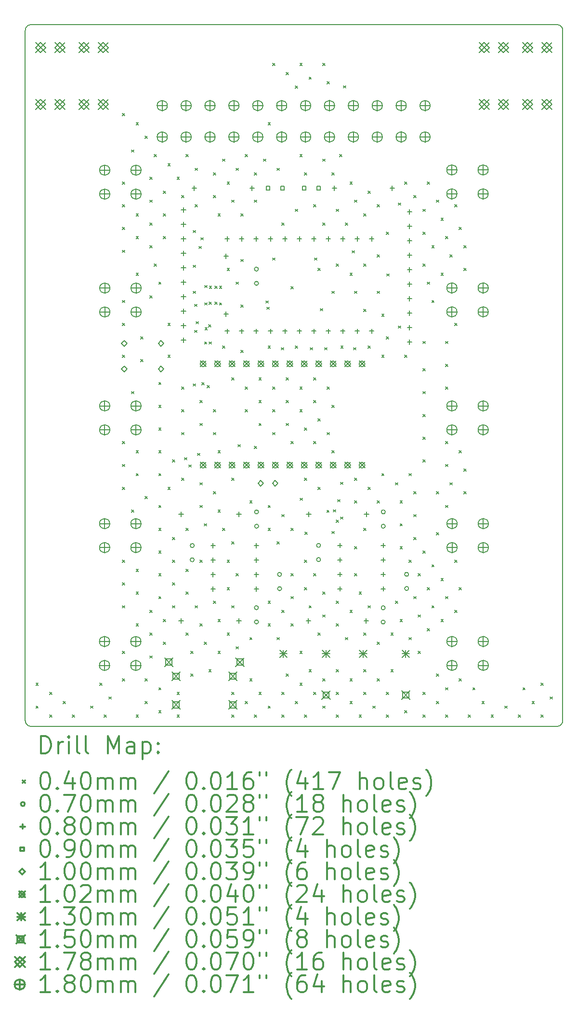
<source format=gbr>
%FSLAX45Y45*%
G04 Gerber Fmt 4.5, Leading zero omitted, Abs format (unit mm)*
G04 Created by KiCad (PCBNEW (5.1.8-0-10_14)) date 2021-03-27 13:16:18*
%MOMM*%
%LPD*%
G01*
G04 APERTURE LIST*
%TA.AperFunction,Profile*%
%ADD10C,0.150000*%
%TD*%
%ADD11C,0.200000*%
%ADD12C,0.300000*%
G04 APERTURE END LIST*
D10*
X11137900Y-14414500D02*
X1892300Y-14414500D01*
X11239500Y-2197100D02*
X11239500Y-14312900D01*
X1892300Y-2095500D02*
X11137900Y-2095500D01*
X1790700Y-14312900D02*
X1790700Y-2197100D01*
X1892300Y-14414500D02*
G75*
G02*
X1790700Y-14312900I0J101600D01*
G01*
X11239500Y-14312900D02*
G75*
G02*
X11137900Y-14414500I-101600J0D01*
G01*
X11137900Y-2095500D02*
G75*
G02*
X11239500Y-2197100I0J-101600D01*
G01*
X1790700Y-2197100D02*
G75*
G02*
X1892300Y-2095500I101600J0D01*
G01*
D11*
X1978750Y-13655400D02*
X2018750Y-13695400D01*
X2018750Y-13655400D02*
X1978750Y-13695400D01*
X1978750Y-14055400D02*
X2018750Y-14095400D01*
X2018750Y-14055400D02*
X1978750Y-14095400D01*
X2218750Y-13815400D02*
X2258750Y-13855400D01*
X2258750Y-13815400D02*
X2218750Y-13855400D01*
X2218750Y-14215400D02*
X2258750Y-14255400D01*
X2258750Y-14215400D02*
X2218750Y-14255400D01*
X2458750Y-13975400D02*
X2498750Y-14015400D01*
X2498750Y-13975400D02*
X2458750Y-14015400D01*
X2618750Y-14215400D02*
X2658750Y-14255400D01*
X2658750Y-14215400D02*
X2618750Y-14255400D01*
X2938750Y-14055400D02*
X2978750Y-14095400D01*
X2978750Y-14055400D02*
X2938750Y-14095400D01*
X3098750Y-13655400D02*
X3138750Y-13695400D01*
X3138750Y-13655400D02*
X3098750Y-13695400D01*
X3178750Y-14215400D02*
X3218750Y-14255400D01*
X3218750Y-14215400D02*
X3178750Y-14255400D01*
X3258750Y-13895400D02*
X3298750Y-13935400D01*
X3298750Y-13895400D02*
X3258750Y-13935400D01*
X3498750Y-3655400D02*
X3538750Y-3695400D01*
X3538750Y-3655400D02*
X3498750Y-3695400D01*
X3498750Y-4855400D02*
X3538750Y-4895400D01*
X3538750Y-4855400D02*
X3498750Y-4895400D01*
X3498750Y-5255400D02*
X3538750Y-5295400D01*
X3538750Y-5255400D02*
X3498750Y-5295400D01*
X3498750Y-5655400D02*
X3538750Y-5695400D01*
X3538750Y-5655400D02*
X3498750Y-5695400D01*
X3498750Y-6055400D02*
X3538750Y-6095400D01*
X3538750Y-6055400D02*
X3498750Y-6095400D01*
X3498750Y-6935400D02*
X3538750Y-6975400D01*
X3538750Y-6935400D02*
X3498750Y-6975400D01*
X3498750Y-7335400D02*
X3538750Y-7375400D01*
X3538750Y-7335400D02*
X3498750Y-7375400D01*
X3498750Y-7895400D02*
X3538750Y-7935400D01*
X3538750Y-7895400D02*
X3498750Y-7935400D01*
X3498750Y-9415400D02*
X3538750Y-9455400D01*
X3538750Y-9415400D02*
X3498750Y-9455400D01*
X3498750Y-9815400D02*
X3538750Y-9855400D01*
X3538750Y-9815400D02*
X3498750Y-9855400D01*
X3498750Y-10215400D02*
X3538750Y-10255400D01*
X3538750Y-10215400D02*
X3498750Y-10255400D01*
X3498750Y-11495400D02*
X3538750Y-11535400D01*
X3538750Y-11495400D02*
X3498750Y-11535400D01*
X3498750Y-11895400D02*
X3538750Y-11935400D01*
X3538750Y-11895400D02*
X3498750Y-11935400D01*
X3498750Y-12295400D02*
X3538750Y-12335400D01*
X3538750Y-12295400D02*
X3498750Y-12335400D01*
X3498750Y-13095400D02*
X3538750Y-13135400D01*
X3538750Y-13095400D02*
X3498750Y-13135400D01*
X3498750Y-13575400D02*
X3538750Y-13615400D01*
X3538750Y-13575400D02*
X3498750Y-13615400D01*
X3658750Y-4295400D02*
X3698750Y-4335400D01*
X3698750Y-4295400D02*
X3658750Y-4335400D01*
X3658750Y-8535400D02*
X3698750Y-8575400D01*
X3698750Y-8535400D02*
X3658750Y-8575400D01*
X3658750Y-10615400D02*
X3698750Y-10655400D01*
X3698750Y-10615400D02*
X3658750Y-10655400D01*
X3738750Y-3815400D02*
X3778750Y-3855400D01*
X3778750Y-3815400D02*
X3738750Y-3855400D01*
X3738750Y-5415400D02*
X3778750Y-5455400D01*
X3778750Y-5415400D02*
X3738750Y-5455400D01*
X3738750Y-5815400D02*
X3778750Y-5855400D01*
X3778750Y-5815400D02*
X3738750Y-5855400D01*
X3738750Y-6455400D02*
X3778750Y-6495400D01*
X3778750Y-6455400D02*
X3738750Y-6495400D01*
X3738750Y-9575400D02*
X3778750Y-9615400D01*
X3778750Y-9575400D02*
X3738750Y-9615400D01*
X3738750Y-9975400D02*
X3778750Y-10015400D01*
X3778750Y-9975400D02*
X3738750Y-10015400D01*
X3738750Y-11655400D02*
X3778750Y-11695400D01*
X3778750Y-11655400D02*
X3738750Y-11695400D01*
X3738750Y-12055400D02*
X3778750Y-12095400D01*
X3778750Y-12055400D02*
X3738750Y-12095400D01*
X3738750Y-12615400D02*
X3778750Y-12655400D01*
X3778750Y-12615400D02*
X3738750Y-12655400D01*
X3738750Y-14215400D02*
X3778750Y-14255400D01*
X3778750Y-14215400D02*
X3738750Y-14255400D01*
X3818750Y-7575400D02*
X3858750Y-7615400D01*
X3858750Y-7575400D02*
X3818750Y-7615400D01*
X3818750Y-7975400D02*
X3858750Y-8015400D01*
X3858750Y-7975400D02*
X3818750Y-8015400D01*
X3898750Y-4055400D02*
X3938750Y-4095400D01*
X3938750Y-4055400D02*
X3898750Y-4095400D01*
X3898750Y-10375400D02*
X3938750Y-10415400D01*
X3938750Y-10375400D02*
X3898750Y-10415400D01*
X3898750Y-13575400D02*
X3938750Y-13615400D01*
X3938750Y-13575400D02*
X3898750Y-13615400D01*
X3898750Y-13975400D02*
X3938750Y-14015400D01*
X3938750Y-13975400D02*
X3898750Y-14015400D01*
X3978750Y-4775400D02*
X4018750Y-4815400D01*
X4018750Y-4775400D02*
X3978750Y-4815400D01*
X3978750Y-5175400D02*
X4018750Y-5215400D01*
X4018750Y-5175400D02*
X3978750Y-5215400D01*
X3978750Y-5575400D02*
X4018750Y-5615400D01*
X4018750Y-5575400D02*
X3978750Y-5615400D01*
X3978750Y-5975400D02*
X4018750Y-6015400D01*
X4018750Y-5975400D02*
X3978750Y-6015400D01*
X3978750Y-6855400D02*
X4018750Y-6895400D01*
X4018750Y-6855400D02*
X3978750Y-6895400D01*
X3978750Y-12375400D02*
X4018750Y-12415400D01*
X4018750Y-12375400D02*
X3978750Y-12415400D01*
X3978750Y-12775400D02*
X4018750Y-12815400D01*
X4018750Y-12775400D02*
X3978750Y-12815400D01*
X3978750Y-13175400D02*
X4018750Y-13215400D01*
X4018750Y-13175400D02*
X3978750Y-13215400D01*
X4058750Y-4375400D02*
X4098750Y-4415400D01*
X4098750Y-4375400D02*
X4058750Y-4415400D01*
X4058750Y-6295400D02*
X4098750Y-6335400D01*
X4098750Y-6295400D02*
X4058750Y-6335400D01*
X4138750Y-6615400D02*
X4178750Y-6655400D01*
X4178750Y-6615400D02*
X4138750Y-6655400D01*
X4138750Y-8375400D02*
X4178750Y-8415400D01*
X4178750Y-8375400D02*
X4138750Y-8415400D01*
X4138750Y-8775400D02*
X4178750Y-8815400D01*
X4178750Y-8775400D02*
X4138750Y-8815400D01*
X4138750Y-9175400D02*
X4178750Y-9215400D01*
X4178750Y-9175400D02*
X4138750Y-9215400D01*
X4138750Y-9575400D02*
X4178750Y-9615400D01*
X4178750Y-9575400D02*
X4138750Y-9615400D01*
X4138750Y-9975400D02*
X4178750Y-10015400D01*
X4178750Y-9975400D02*
X4138750Y-10015400D01*
X4138750Y-10535400D02*
X4178750Y-10575400D01*
X4178750Y-10535400D02*
X4138750Y-10575400D01*
X4138750Y-10935400D02*
X4178750Y-10975400D01*
X4178750Y-10935400D02*
X4138750Y-10975400D01*
X4138750Y-11335400D02*
X4178750Y-11375400D01*
X4178750Y-11335400D02*
X4138750Y-11375400D01*
X4138750Y-11735400D02*
X4178750Y-11775400D01*
X4178750Y-11735400D02*
X4138750Y-11775400D01*
X4138750Y-12135400D02*
X4178750Y-12175400D01*
X4178750Y-12135400D02*
X4138750Y-12175400D01*
X4138750Y-13735400D02*
X4178750Y-13775400D01*
X4178750Y-13735400D02*
X4138750Y-13775400D01*
X4138750Y-14135400D02*
X4178750Y-14175400D01*
X4178750Y-14135400D02*
X4138750Y-14175400D01*
X4218750Y-5015400D02*
X4258750Y-5055400D01*
X4258750Y-5015400D02*
X4218750Y-5055400D01*
X4218750Y-5415400D02*
X4258750Y-5455400D01*
X4258750Y-5415400D02*
X4218750Y-5455400D01*
X4218750Y-5815400D02*
X4258750Y-5855400D01*
X4258750Y-5815400D02*
X4218750Y-5855400D01*
X4218750Y-12535400D02*
X4258750Y-12575400D01*
X4258750Y-12535400D02*
X4218750Y-12575400D01*
X4218750Y-12935400D02*
X4258750Y-12975400D01*
X4258750Y-12935400D02*
X4218750Y-12975400D01*
X4298750Y-4535400D02*
X4338750Y-4575400D01*
X4338750Y-4535400D02*
X4298750Y-4575400D01*
X4298750Y-7335400D02*
X4338750Y-7375400D01*
X4338750Y-7335400D02*
X4298750Y-7375400D01*
X4298750Y-7895400D02*
X4338750Y-7935400D01*
X4338750Y-7895400D02*
X4298750Y-7935400D01*
X4298750Y-10215400D02*
X4338750Y-10255400D01*
X4338750Y-10215400D02*
X4298750Y-10255400D01*
X4378750Y-9735400D02*
X4418750Y-9775400D01*
X4418750Y-9735400D02*
X4378750Y-9775400D01*
X4378750Y-11095400D02*
X4418750Y-11135400D01*
X4418750Y-11095400D02*
X4378750Y-11135400D01*
X4378750Y-11495400D02*
X4418750Y-11535400D01*
X4418750Y-11495400D02*
X4378750Y-11535400D01*
X4378750Y-11895400D02*
X4418750Y-11935400D01*
X4418750Y-11895400D02*
X4378750Y-11935400D01*
X4378750Y-12295400D02*
X4418750Y-12335400D01*
X4418750Y-12295400D02*
X4378750Y-12335400D01*
X4458750Y-4775400D02*
X4498750Y-4815400D01*
X4498750Y-4775400D02*
X4458750Y-4815400D01*
X4458750Y-13815400D02*
X4498750Y-13855400D01*
X4498750Y-13815400D02*
X4458750Y-13855400D01*
X4458750Y-14215400D02*
X4498750Y-14255400D01*
X4498750Y-14215400D02*
X4458750Y-14255400D01*
X4538750Y-5095400D02*
X4578750Y-5135400D01*
X4578750Y-5095400D02*
X4538750Y-5135400D01*
X4538750Y-8455400D02*
X4578750Y-8495400D01*
X4578750Y-8455400D02*
X4538750Y-8495400D01*
X4538750Y-8855400D02*
X4578750Y-8895400D01*
X4578750Y-8855400D02*
X4538750Y-8895400D01*
X4538750Y-9255400D02*
X4578750Y-9295400D01*
X4578750Y-9255400D02*
X4538750Y-9295400D01*
X4538750Y-10055400D02*
X4578750Y-10095400D01*
X4578750Y-10055400D02*
X4538750Y-10095400D01*
X4591300Y-9695500D02*
X4631300Y-9735500D01*
X4631300Y-9695500D02*
X4591300Y-9735500D01*
X4618750Y-4375400D02*
X4658750Y-4415400D01*
X4658750Y-4375400D02*
X4618750Y-4415400D01*
X4618750Y-10935400D02*
X4658750Y-10975400D01*
X4658750Y-10935400D02*
X4618750Y-10975400D01*
X4618750Y-11655400D02*
X4658750Y-11695400D01*
X4658750Y-11655400D02*
X4618750Y-11695400D01*
X4618750Y-12055400D02*
X4658750Y-12095400D01*
X4658750Y-12055400D02*
X4618750Y-12095400D01*
X4618750Y-12775400D02*
X4658750Y-12815400D01*
X4658750Y-12775400D02*
X4618750Y-12815400D01*
X4667499Y-9822500D02*
X4707499Y-9862500D01*
X4707499Y-9822500D02*
X4667499Y-9862500D01*
X4698750Y-13095400D02*
X4738750Y-13135400D01*
X4738750Y-13095400D02*
X4698750Y-13135400D01*
X4698750Y-13495400D02*
X4738750Y-13535400D01*
X4738750Y-13495400D02*
X4698750Y-13535400D01*
X4742500Y-5707700D02*
X4782500Y-5747700D01*
X4782500Y-5707700D02*
X4742500Y-5747700D01*
X4742500Y-6317300D02*
X4782500Y-6357300D01*
X4782500Y-6317300D02*
X4742500Y-6357300D01*
X4742500Y-6774500D02*
X4782500Y-6814500D01*
X4782500Y-6774500D02*
X4742500Y-6814500D01*
X4742500Y-8400100D02*
X4782500Y-8440100D01*
X4782500Y-8400100D02*
X4742500Y-8440100D01*
X4767900Y-7003100D02*
X4807900Y-7043100D01*
X4807900Y-7003100D02*
X4767900Y-7043100D01*
X4767900Y-7460300D02*
X4807900Y-7500300D01*
X4807900Y-7460300D02*
X4767900Y-7500300D01*
X4778750Y-4615400D02*
X4818750Y-4655400D01*
X4818750Y-4615400D02*
X4778750Y-4655400D01*
X4778750Y-5255400D02*
X4818750Y-5295400D01*
X4818750Y-5255400D02*
X4778750Y-5295400D01*
X4778750Y-12295400D02*
X4818750Y-12335400D01*
X4818750Y-12295400D02*
X4778750Y-12335400D01*
X4793300Y-7307900D02*
X4833300Y-7347900D01*
X4833300Y-7307900D02*
X4793300Y-7347900D01*
X4818700Y-9619300D02*
X4858700Y-9659300D01*
X4858700Y-9619300D02*
X4818700Y-9659300D01*
X4844100Y-5987100D02*
X4884100Y-6027100D01*
X4884100Y-5987100D02*
X4844100Y-6027100D01*
X4858750Y-8695400D02*
X4898750Y-8735400D01*
X4898750Y-8695400D02*
X4858750Y-8735400D01*
X4858750Y-9095400D02*
X4898750Y-9135400D01*
X4898750Y-9095400D02*
X4858750Y-9135400D01*
X4858750Y-10135400D02*
X4898750Y-10175400D01*
X4898750Y-10135400D02*
X4858750Y-10175400D01*
X4858750Y-10535400D02*
X4898750Y-10575400D01*
X4898750Y-10535400D02*
X4858750Y-10575400D01*
X4858750Y-11495400D02*
X4898750Y-11535400D01*
X4898750Y-11495400D02*
X4858750Y-11535400D01*
X4858750Y-12615400D02*
X4898750Y-12655400D01*
X4898750Y-12615400D02*
X4858750Y-12655400D01*
X4880699Y-5834700D02*
X4920699Y-5874700D01*
X4920699Y-5834700D02*
X4880699Y-5874700D01*
X4894900Y-8377249D02*
X4934900Y-8417249D01*
X4934900Y-8377249D02*
X4894900Y-8417249D01*
X4938750Y-10855400D02*
X4978750Y-10895400D01*
X4978750Y-10855400D02*
X4938750Y-10895400D01*
X4938750Y-12935400D02*
X4978750Y-12975400D01*
X4978750Y-12935400D02*
X4938750Y-12975400D01*
X4941899Y-7663500D02*
X4981899Y-7703500D01*
X4981899Y-7663500D02*
X4941899Y-7703500D01*
X4945700Y-6672900D02*
X4985700Y-6712900D01*
X4985700Y-6672900D02*
X4945700Y-6712900D01*
X4945700Y-6977700D02*
X4985700Y-7017700D01*
X4985700Y-6977700D02*
X4945700Y-7017700D01*
X4949305Y-7413497D02*
X4989305Y-7453497D01*
X4989305Y-7413497D02*
X4949305Y-7453497D01*
X4988638Y-8433362D02*
X5028638Y-8473362D01*
X5028638Y-8433362D02*
X4988638Y-8473362D01*
X5012400Y-7364310D02*
X5052400Y-7404310D01*
X5052400Y-7364310D02*
X5012400Y-7404310D01*
X5018750Y-13415400D02*
X5058750Y-13455400D01*
X5058750Y-13415400D02*
X5018750Y-13455400D01*
X5021900Y-7663500D02*
X5061900Y-7703500D01*
X5061900Y-7663500D02*
X5021900Y-7703500D01*
X5024795Y-6965701D02*
X5064795Y-7005701D01*
X5064795Y-6965701D02*
X5024795Y-7005701D01*
X5027532Y-6684100D02*
X5067532Y-6724100D01*
X5067532Y-6684100D02*
X5027532Y-6724100D01*
X5098750Y-4695400D02*
X5138750Y-4735400D01*
X5138750Y-4695400D02*
X5098750Y-4735400D01*
X5098750Y-5095400D02*
X5138750Y-5135400D01*
X5138750Y-5095400D02*
X5098750Y-5135400D01*
X5098750Y-8855400D02*
X5138750Y-8895400D01*
X5138750Y-8855400D02*
X5098750Y-8895400D01*
X5098750Y-9255400D02*
X5138750Y-9295400D01*
X5138750Y-9255400D02*
X5098750Y-9295400D01*
X5098750Y-10295400D02*
X5138750Y-10335400D01*
X5138750Y-10295400D02*
X5098750Y-10335400D01*
X5098750Y-12215400D02*
X5138750Y-12255400D01*
X5138750Y-12215400D02*
X5098750Y-12255400D01*
X5123500Y-6684100D02*
X5163500Y-6724100D01*
X5163500Y-6684100D02*
X5123500Y-6724100D01*
X5126395Y-6965701D02*
X5166395Y-7005701D01*
X5166395Y-6965701D02*
X5126395Y-7005701D01*
X5178750Y-5415400D02*
X5218750Y-5455400D01*
X5218750Y-5415400D02*
X5178750Y-5455400D01*
X5178750Y-9575400D02*
X5218750Y-9615400D01*
X5218750Y-9575400D02*
X5178750Y-9615400D01*
X5178750Y-10615400D02*
X5218750Y-10655400D01*
X5218750Y-10615400D02*
X5178750Y-10655400D01*
X5178750Y-12535400D02*
X5218750Y-12575400D01*
X5218750Y-12535400D02*
X5178750Y-12575400D01*
X5178750Y-13095400D02*
X5218750Y-13135400D01*
X5218750Y-13095400D02*
X5178750Y-13135400D01*
X5203500Y-6684100D02*
X5243500Y-6724100D01*
X5243500Y-6684100D02*
X5203500Y-6724100D01*
X5205345Y-6978624D02*
X5245345Y-7018624D01*
X5245345Y-6978624D02*
X5205345Y-7018624D01*
X5258750Y-4455400D02*
X5298750Y-4495400D01*
X5298750Y-4455400D02*
X5258750Y-4495400D01*
X5258750Y-7735400D02*
X5298750Y-7775400D01*
X5298750Y-7735400D02*
X5258750Y-7775400D01*
X5258750Y-10935400D02*
X5298750Y-10975400D01*
X5298750Y-10935400D02*
X5258750Y-10975400D01*
X5338750Y-4855400D02*
X5378750Y-4895400D01*
X5378750Y-4855400D02*
X5338750Y-4895400D01*
X5338750Y-6375400D02*
X5378750Y-6415400D01*
X5378750Y-6375400D02*
X5338750Y-6415400D01*
X5338750Y-11495400D02*
X5378750Y-11535400D01*
X5378750Y-11495400D02*
X5338750Y-11535400D01*
X5338750Y-11975400D02*
X5378750Y-12015400D01*
X5378750Y-11975400D02*
X5338750Y-12015400D01*
X5338750Y-12775400D02*
X5378750Y-12815400D01*
X5378750Y-12775400D02*
X5338750Y-12815400D01*
X5418750Y-5175400D02*
X5458750Y-5215400D01*
X5458750Y-5175400D02*
X5418750Y-5215400D01*
X5418750Y-8295400D02*
X5458750Y-8335400D01*
X5458750Y-8295400D02*
X5418750Y-8335400D01*
X5418750Y-10055400D02*
X5458750Y-10095400D01*
X5458750Y-10055400D02*
X5418750Y-10095400D01*
X5418750Y-11175400D02*
X5458750Y-11215400D01*
X5458750Y-11175400D02*
X5418750Y-11215400D01*
X5418750Y-12295400D02*
X5458750Y-12335400D01*
X5458750Y-12295400D02*
X5418750Y-12335400D01*
X5418750Y-13815400D02*
X5458750Y-13855400D01*
X5458750Y-13815400D02*
X5418750Y-13855400D01*
X5418750Y-14215400D02*
X5458750Y-14255400D01*
X5458750Y-14215400D02*
X5418750Y-14255400D01*
X5498750Y-4615400D02*
X5538750Y-4655400D01*
X5538750Y-4615400D02*
X5498750Y-4655400D01*
X5498750Y-6615400D02*
X5538750Y-6655400D01*
X5538750Y-6615400D02*
X5498750Y-6655400D01*
X5498750Y-11735400D02*
X5538750Y-11775400D01*
X5538750Y-11735400D02*
X5498750Y-11775400D01*
X5498750Y-13015400D02*
X5538750Y-13055400D01*
X5538750Y-13015400D02*
X5498750Y-13055400D01*
X5529900Y-9466900D02*
X5569900Y-9506900D01*
X5569900Y-9466900D02*
X5529900Y-9506900D01*
X5578750Y-5415400D02*
X5618750Y-5455400D01*
X5618750Y-5415400D02*
X5578750Y-5455400D01*
X5578750Y-6215400D02*
X5618750Y-6255400D01*
X5618750Y-6215400D02*
X5578750Y-6255400D01*
X5578750Y-7015400D02*
X5618750Y-7055400D01*
X5618750Y-7015400D02*
X5578750Y-7055400D01*
X5578750Y-7815400D02*
X5618750Y-7855400D01*
X5618750Y-7815400D02*
X5578750Y-7855400D01*
X5658750Y-4375400D02*
X5698750Y-4415400D01*
X5698750Y-4375400D02*
X5658750Y-4415400D01*
X5658750Y-8455400D02*
X5698750Y-8495400D01*
X5698750Y-8455400D02*
X5658750Y-8495400D01*
X5658750Y-8855400D02*
X5698750Y-8895400D01*
X5698750Y-8855400D02*
X5658750Y-8895400D01*
X5658750Y-13975400D02*
X5698750Y-14015400D01*
X5698750Y-13975400D02*
X5658750Y-14015400D01*
X5738750Y-10455400D02*
X5778750Y-10495400D01*
X5778750Y-10455400D02*
X5738750Y-10495400D01*
X5738750Y-12855400D02*
X5778750Y-12895400D01*
X5778750Y-12855400D02*
X5738750Y-12895400D01*
X5738750Y-13575400D02*
X5778750Y-13615400D01*
X5778750Y-13575400D02*
X5738750Y-13615400D01*
X5818750Y-4695400D02*
X5858750Y-4735400D01*
X5858750Y-4695400D02*
X5818750Y-4735400D01*
X5818750Y-5175400D02*
X5858750Y-5215400D01*
X5858750Y-5175400D02*
X5818750Y-5215400D01*
X5818750Y-9495400D02*
X5858750Y-9535400D01*
X5858750Y-9495400D02*
X5818750Y-9535400D01*
X5818750Y-14215400D02*
X5858750Y-14255400D01*
X5858750Y-14215400D02*
X5818750Y-14255400D01*
X5898750Y-8295400D02*
X5938750Y-8335400D01*
X5938750Y-8295400D02*
X5898750Y-8335400D01*
X5898750Y-8695400D02*
X5938750Y-8735400D01*
X5938750Y-8695400D02*
X5898750Y-8735400D01*
X5898750Y-9095400D02*
X5938750Y-9135400D01*
X5938750Y-9095400D02*
X5898750Y-9135400D01*
X5898750Y-13815400D02*
X5938750Y-13855400D01*
X5938750Y-13815400D02*
X5898750Y-13855400D01*
X5978750Y-4455400D02*
X6018750Y-4495400D01*
X6018750Y-4455400D02*
X5978750Y-4495400D01*
X6019839Y-6944223D02*
X6059839Y-6984223D01*
X6059839Y-6944223D02*
X6019839Y-6984223D01*
X6037900Y-7053900D02*
X6077900Y-7093900D01*
X6077900Y-7053900D02*
X6037900Y-7093900D01*
X6058750Y-3815400D02*
X6098750Y-3855400D01*
X6098750Y-3815400D02*
X6058750Y-3855400D01*
X6058750Y-7735400D02*
X6098750Y-7775400D01*
X6098750Y-7735400D02*
X6058750Y-7775400D01*
X6058750Y-10535400D02*
X6098750Y-10575400D01*
X6098750Y-10535400D02*
X6058750Y-10575400D01*
X6058750Y-10935400D02*
X6098750Y-10975400D01*
X6098750Y-10935400D02*
X6058750Y-10975400D01*
X6058750Y-12215400D02*
X6098750Y-12255400D01*
X6098750Y-12215400D02*
X6058750Y-12255400D01*
X6058750Y-12615400D02*
X6098750Y-12655400D01*
X6098750Y-12615400D02*
X6058750Y-12655400D01*
X6058750Y-14055400D02*
X6098750Y-14095400D01*
X6098750Y-14055400D02*
X6058750Y-14095400D01*
X6138750Y-2775400D02*
X6178750Y-2815400D01*
X6178750Y-2775400D02*
X6138750Y-2815400D01*
X6138750Y-8455400D02*
X6178750Y-8495400D01*
X6178750Y-8455400D02*
X6138750Y-8495400D01*
X6138750Y-8855400D02*
X6178750Y-8895400D01*
X6178750Y-8855400D02*
X6138750Y-8895400D01*
X6138750Y-9255400D02*
X6178750Y-9295400D01*
X6178750Y-9255400D02*
X6138750Y-9295400D01*
X6139501Y-6190300D02*
X6179501Y-6230300D01*
X6179501Y-6190300D02*
X6139501Y-6230300D01*
X6218750Y-4615400D02*
X6258750Y-4655400D01*
X6258750Y-4615400D02*
X6218750Y-4655400D01*
X6218750Y-11175400D02*
X6258750Y-11215400D01*
X6258750Y-11175400D02*
X6218750Y-11215400D01*
X6218750Y-12855400D02*
X6258750Y-12895400D01*
X6258750Y-12855400D02*
X6218750Y-12895400D01*
X6291900Y-7765100D02*
X6331900Y-7805100D01*
X6331900Y-7765100D02*
X6291900Y-7805100D01*
X6298750Y-5575400D02*
X6338750Y-5615400D01*
X6338750Y-5575400D02*
X6298750Y-5615400D01*
X6298750Y-10695400D02*
X6338750Y-10735400D01*
X6338750Y-10695400D02*
X6298750Y-10735400D01*
X6298750Y-12375400D02*
X6338750Y-12415400D01*
X6338750Y-12375400D02*
X6298750Y-12415400D01*
X6298750Y-13815400D02*
X6338750Y-13855400D01*
X6338750Y-13815400D02*
X6298750Y-13855400D01*
X6298750Y-14215400D02*
X6338750Y-14255400D01*
X6338750Y-14215400D02*
X6298750Y-14255400D01*
X6378750Y-2935400D02*
X6418750Y-2975400D01*
X6418750Y-2935400D02*
X6378750Y-2975400D01*
X6378750Y-8295400D02*
X6418750Y-8335400D01*
X6418750Y-8295400D02*
X6378750Y-8335400D01*
X6378750Y-8695400D02*
X6418750Y-8735400D01*
X6418750Y-8695400D02*
X6378750Y-8735400D01*
X6378750Y-9095400D02*
X6418750Y-9135400D01*
X6418750Y-9095400D02*
X6378750Y-9135400D01*
X6378750Y-13495400D02*
X6418750Y-13535400D01*
X6418750Y-13495400D02*
X6378750Y-13535400D01*
X6458750Y-6695400D02*
X6498750Y-6735400D01*
X6498750Y-6695400D02*
X6458750Y-6735400D01*
X6458750Y-9415400D02*
X6498750Y-9455400D01*
X6498750Y-9415400D02*
X6458750Y-9455400D01*
X6458750Y-10935400D02*
X6498750Y-10975400D01*
X6498750Y-10935400D02*
X6458750Y-10975400D01*
X6458750Y-11735400D02*
X6498750Y-11775400D01*
X6498750Y-11735400D02*
X6458750Y-11775400D01*
X6458750Y-12135400D02*
X6498750Y-12175400D01*
X6498750Y-12135400D02*
X6458750Y-12175400D01*
X6458750Y-12615400D02*
X6498750Y-12655400D01*
X6498750Y-12615400D02*
X6458750Y-12655400D01*
X6538750Y-3175400D02*
X6578750Y-3215400D01*
X6578750Y-3175400D02*
X6538750Y-3215400D01*
X6538750Y-5335400D02*
X6578750Y-5375400D01*
X6578750Y-5335400D02*
X6538750Y-5375400D01*
X6538750Y-7735400D02*
X6578750Y-7775400D01*
X6578750Y-7735400D02*
X6538750Y-7775400D01*
X6538750Y-13975400D02*
X6578750Y-14015400D01*
X6578750Y-13975400D02*
X6538750Y-14015400D01*
X6618750Y-2775400D02*
X6658750Y-2815400D01*
X6658750Y-2775400D02*
X6618750Y-2815400D01*
X6618750Y-4375400D02*
X6658750Y-4415400D01*
X6658750Y-4375400D02*
X6618750Y-4415400D01*
X6618750Y-8455400D02*
X6658750Y-8495400D01*
X6658750Y-8455400D02*
X6618750Y-8495400D01*
X6618750Y-8855400D02*
X6658750Y-8895400D01*
X6658750Y-8855400D02*
X6618750Y-8895400D01*
X6618750Y-13095400D02*
X6658750Y-13135400D01*
X6658750Y-13095400D02*
X6618750Y-13135400D01*
X6618750Y-13655400D02*
X6658750Y-13695400D01*
X6658750Y-13655400D02*
X6618750Y-13695400D01*
X6622100Y-10406700D02*
X6662100Y-10446700D01*
X6662100Y-10406700D02*
X6622100Y-10446700D01*
X6698750Y-4695400D02*
X6738750Y-4735400D01*
X6738750Y-4695400D02*
X6698750Y-4735400D01*
X6698750Y-9175400D02*
X6738750Y-9215400D01*
X6738750Y-9175400D02*
X6698750Y-9215400D01*
X6698750Y-10055400D02*
X6738750Y-10095400D01*
X6738750Y-10055400D02*
X6698750Y-10095400D01*
X6698750Y-11495400D02*
X6738750Y-11535400D01*
X6738750Y-11495400D02*
X6698750Y-11535400D01*
X6698750Y-11975400D02*
X6738750Y-12015400D01*
X6738750Y-11975400D02*
X6698750Y-12015400D01*
X6698750Y-14215400D02*
X6738750Y-14255400D01*
X6738750Y-14215400D02*
X6698750Y-14255400D01*
X6708767Y-11001367D02*
X6748767Y-11041367D01*
X6748767Y-11001367D02*
X6708767Y-11041367D01*
X6778750Y-3015400D02*
X6818750Y-3055400D01*
X6818750Y-3015400D02*
X6778750Y-3055400D01*
X6778750Y-12295400D02*
X6818750Y-12335400D01*
X6818750Y-12295400D02*
X6778750Y-12335400D01*
X6778750Y-13415400D02*
X6818750Y-13455400D01*
X6818750Y-13415400D02*
X6778750Y-13455400D01*
X6799900Y-7765100D02*
X6839900Y-7805100D01*
X6839900Y-7765100D02*
X6799900Y-7805100D01*
X6858750Y-5255400D02*
X6898750Y-5295400D01*
X6898750Y-5255400D02*
X6858750Y-5295400D01*
X6858750Y-8295400D02*
X6898750Y-8335400D01*
X6898750Y-8295400D02*
X6858750Y-8335400D01*
X6858750Y-8695400D02*
X6898750Y-8735400D01*
X6898750Y-8695400D02*
X6858750Y-8735400D01*
X6858750Y-9415400D02*
X6898750Y-9455400D01*
X6898750Y-9415400D02*
X6858750Y-9455400D01*
X6858750Y-11735400D02*
X6898750Y-11775400D01*
X6898750Y-11735400D02*
X6858750Y-11775400D01*
X6858750Y-13815400D02*
X6898750Y-13855400D01*
X6898750Y-13815400D02*
X6858750Y-13855400D01*
X6876101Y-6190300D02*
X6916101Y-6230300D01*
X6916101Y-6190300D02*
X6876101Y-6230300D01*
X6938750Y-6375400D02*
X6978750Y-6415400D01*
X6978750Y-6375400D02*
X6938750Y-6415400D01*
X6938750Y-9015400D02*
X6978750Y-9055400D01*
X6978750Y-9015400D02*
X6938750Y-9055400D01*
X6938750Y-10215400D02*
X6978750Y-10255400D01*
X6978750Y-10215400D02*
X6938750Y-10255400D01*
X6938750Y-12775400D02*
X6978750Y-12815400D01*
X6978750Y-12775400D02*
X6938750Y-12815400D01*
X6977700Y-7079300D02*
X7017700Y-7119300D01*
X7017700Y-7079300D02*
X6977700Y-7119300D01*
X7018750Y-2775400D02*
X7058750Y-2815400D01*
X7058750Y-2775400D02*
X7018750Y-2815400D01*
X7018750Y-4455400D02*
X7058750Y-4495400D01*
X7058750Y-4455400D02*
X7018750Y-4495400D01*
X7018750Y-5575400D02*
X7058750Y-5615400D01*
X7058750Y-5575400D02*
X7018750Y-5615400D01*
X7018750Y-12055400D02*
X7058750Y-12095400D01*
X7058750Y-12055400D02*
X7018750Y-12095400D01*
X7018750Y-12455400D02*
X7058750Y-12495400D01*
X7058750Y-12455400D02*
X7018750Y-12495400D01*
X7018750Y-13575400D02*
X7058750Y-13615400D01*
X7058750Y-13575400D02*
X7018750Y-13615400D01*
X7018750Y-14055400D02*
X7058750Y-14095400D01*
X7058750Y-14055400D02*
X7018750Y-14095400D01*
X7053900Y-7765100D02*
X7093900Y-7805100D01*
X7093900Y-7765100D02*
X7053900Y-7805100D01*
X7092000Y-10618134D02*
X7132000Y-10658134D01*
X7132000Y-10618134D02*
X7092000Y-10658134D01*
X7098750Y-3095400D02*
X7138750Y-3135400D01*
X7138750Y-3095400D02*
X7098750Y-3135400D01*
X7098750Y-8455400D02*
X7138750Y-8495400D01*
X7138750Y-8455400D02*
X7098750Y-8495400D01*
X7098750Y-9255400D02*
X7138750Y-9295400D01*
X7138750Y-9255400D02*
X7098750Y-9295400D01*
X7178750Y-4695400D02*
X7218750Y-4735400D01*
X7218750Y-4695400D02*
X7178750Y-4735400D01*
X7178750Y-6775400D02*
X7218750Y-6815400D01*
X7218750Y-6775400D02*
X7178750Y-6815400D01*
X7178750Y-8775400D02*
X7218750Y-8815400D01*
X7218750Y-8775400D02*
X7178750Y-8815400D01*
X7178750Y-9575400D02*
X7218750Y-9615400D01*
X7218750Y-9575400D02*
X7178750Y-9615400D01*
X7180900Y-10990900D02*
X7220900Y-11030900D01*
X7220900Y-10990900D02*
X7180900Y-11030900D01*
X7206300Y-10609900D02*
X7246300Y-10649900D01*
X7246300Y-10609900D02*
X7206300Y-10649900D01*
X7258750Y-5335400D02*
X7298750Y-5375400D01*
X7298750Y-5335400D02*
X7258750Y-5375400D01*
X7258750Y-6295400D02*
X7298750Y-6335400D01*
X7298750Y-6295400D02*
X7258750Y-6335400D01*
X7258750Y-12215400D02*
X7298750Y-12255400D01*
X7298750Y-12215400D02*
X7258750Y-12255400D01*
X7258750Y-12615400D02*
X7298750Y-12655400D01*
X7298750Y-12615400D02*
X7258750Y-12655400D01*
X7258750Y-13415400D02*
X7298750Y-13455400D01*
X7298750Y-13415400D02*
X7258750Y-13455400D01*
X7258750Y-13815400D02*
X7298750Y-13855400D01*
X7298750Y-13815400D02*
X7258750Y-13855400D01*
X7258750Y-14215400D02*
X7298750Y-14255400D01*
X7298750Y-14215400D02*
X7258750Y-14255400D01*
X7259333Y-10789933D02*
X7299333Y-10829933D01*
X7299333Y-10789933D02*
X7259333Y-10829933D01*
X7282500Y-10432100D02*
X7322500Y-10472100D01*
X7322500Y-10432100D02*
X7282500Y-10472100D01*
X7318367Y-4376433D02*
X7358367Y-4416433D01*
X7358367Y-4376433D02*
X7318367Y-4416433D01*
X7333299Y-10736900D02*
X7373299Y-10776900D01*
X7373299Y-10736900D02*
X7333299Y-10776900D01*
X7333300Y-10127300D02*
X7373300Y-10167300D01*
X7373300Y-10127300D02*
X7333300Y-10167300D01*
X7338750Y-7735400D02*
X7378750Y-7775400D01*
X7378750Y-7735400D02*
X7338750Y-7775400D01*
X7384100Y-3167700D02*
X7424100Y-3207700D01*
X7424100Y-3167700D02*
X7384100Y-3207700D01*
X7418750Y-5575400D02*
X7458750Y-5615400D01*
X7458750Y-5575400D02*
X7418750Y-5615400D01*
X7418750Y-12855400D02*
X7458750Y-12895400D01*
X7458750Y-12855400D02*
X7418750Y-12895400D01*
X7498750Y-4855400D02*
X7538750Y-4895400D01*
X7538750Y-4855400D02*
X7498750Y-4895400D01*
X7498750Y-6455400D02*
X7538750Y-6495400D01*
X7538750Y-6455400D02*
X7498750Y-6495400D01*
X7498750Y-12375400D02*
X7538750Y-12415400D01*
X7538750Y-12375400D02*
X7498750Y-12415400D01*
X7498750Y-13575400D02*
X7538750Y-13615400D01*
X7538750Y-13575400D02*
X7498750Y-13615400D01*
X7498750Y-13975400D02*
X7538750Y-14015400D01*
X7538750Y-13975400D02*
X7498750Y-14015400D01*
X7536500Y-6063300D02*
X7576500Y-6103300D01*
X7576500Y-6063300D02*
X7536500Y-6103300D01*
X7561900Y-7765100D02*
X7601900Y-7805100D01*
X7601900Y-7765100D02*
X7561900Y-7805100D01*
X7578750Y-5175400D02*
X7618750Y-5215400D01*
X7618750Y-5175400D02*
X7578750Y-5215400D01*
X7578750Y-6775400D02*
X7618750Y-6815400D01*
X7618750Y-6775400D02*
X7578750Y-6815400D01*
X7578750Y-10055400D02*
X7618750Y-10095400D01*
X7618750Y-10055400D02*
X7578750Y-10095400D01*
X7578750Y-10455400D02*
X7618750Y-10495400D01*
X7618750Y-10455400D02*
X7578750Y-10495400D01*
X7578750Y-11255400D02*
X7618750Y-11295400D01*
X7618750Y-11255400D02*
X7578750Y-11295400D01*
X7578750Y-11735400D02*
X7618750Y-11775400D01*
X7618750Y-11735400D02*
X7578750Y-11775400D01*
X7658750Y-12055400D02*
X7698750Y-12095400D01*
X7698750Y-12055400D02*
X7658750Y-12095400D01*
X7658750Y-14215400D02*
X7698750Y-14255400D01*
X7698750Y-14215400D02*
X7658750Y-14255400D01*
X7738750Y-5415400D02*
X7778750Y-5455400D01*
X7778750Y-5415400D02*
X7738750Y-5455400D01*
X7738750Y-6295400D02*
X7778750Y-6335400D01*
X7778750Y-6295400D02*
X7738750Y-6335400D01*
X7738750Y-7095400D02*
X7778750Y-7135400D01*
X7778750Y-7095400D02*
X7738750Y-7135400D01*
X7738750Y-10935400D02*
X7778750Y-10975400D01*
X7778750Y-10935400D02*
X7738750Y-10975400D01*
X7738750Y-12775400D02*
X7778750Y-12815400D01*
X7778750Y-12775400D02*
X7738750Y-12815400D01*
X7738750Y-13415400D02*
X7778750Y-13455400D01*
X7778750Y-13415400D02*
X7738750Y-13455400D01*
X7738750Y-13815400D02*
X7778750Y-13855400D01*
X7778750Y-13815400D02*
X7738750Y-13855400D01*
X7818750Y-5015400D02*
X7858750Y-5055400D01*
X7858750Y-5015400D02*
X7818750Y-5055400D01*
X7818750Y-7735400D02*
X7858750Y-7775400D01*
X7858750Y-7735400D02*
X7818750Y-7775400D01*
X7818750Y-10215400D02*
X7858750Y-10255400D01*
X7858750Y-10215400D02*
X7818750Y-10255400D01*
X7818750Y-12295400D02*
X7858750Y-12335400D01*
X7858750Y-12295400D02*
X7818750Y-12335400D01*
X7898750Y-14055400D02*
X7938750Y-14095400D01*
X7938750Y-14055400D02*
X7898750Y-14095400D01*
X7978750Y-5255400D02*
X8018750Y-5295400D01*
X8018750Y-5255400D02*
X7978750Y-5295400D01*
X7978750Y-6135400D02*
X8018750Y-6175400D01*
X8018750Y-6135400D02*
X7978750Y-6175400D01*
X7978750Y-6775400D02*
X8018750Y-6815400D01*
X8018750Y-6775400D02*
X7978750Y-6815400D01*
X7978750Y-10455400D02*
X8018750Y-10495400D01*
X8018750Y-10455400D02*
X7978750Y-10495400D01*
X7978750Y-12935400D02*
X8018750Y-12975400D01*
X8018750Y-12935400D02*
X7978750Y-12975400D01*
X7978750Y-13575400D02*
X8018750Y-13615400D01*
X8018750Y-13575400D02*
X7978750Y-13615400D01*
X8058750Y-7175400D02*
X8098750Y-7215400D01*
X8098750Y-7175400D02*
X8058750Y-7215400D01*
X8058750Y-7895400D02*
X8098750Y-7935400D01*
X8098750Y-7895400D02*
X8058750Y-7935400D01*
X8058750Y-9975400D02*
X8098750Y-10015400D01*
X8098750Y-9975400D02*
X8058750Y-10015400D01*
X8138750Y-5735400D02*
X8178750Y-5775400D01*
X8178750Y-5735400D02*
X8138750Y-5775400D01*
X8138750Y-7575400D02*
X8178750Y-7615400D01*
X8178750Y-7575400D02*
X8138750Y-7615400D01*
X8138750Y-13815400D02*
X8178750Y-13855400D01*
X8178750Y-13815400D02*
X8138750Y-13855400D01*
X8138750Y-14215400D02*
X8178750Y-14255400D01*
X8178750Y-14215400D02*
X8138750Y-14255400D01*
X8146100Y-6469700D02*
X8186100Y-6509700D01*
X8186100Y-6469700D02*
X8146100Y-6509700D01*
X8218750Y-12775400D02*
X8258750Y-12815400D01*
X8258750Y-12775400D02*
X8218750Y-12815400D01*
X8218750Y-13415400D02*
X8258750Y-13455400D01*
X8258750Y-13415400D02*
X8218750Y-13455400D01*
X8298750Y-10135400D02*
X8338750Y-10175400D01*
X8338750Y-10135400D02*
X8298750Y-10175400D01*
X8298750Y-12215400D02*
X8338750Y-12255400D01*
X8338750Y-12215400D02*
X8298750Y-12255400D01*
X8349300Y-5225100D02*
X8389300Y-5265100D01*
X8389300Y-5225100D02*
X8349300Y-5265100D01*
X8349300Y-7384100D02*
X8389300Y-7424100D01*
X8389300Y-7384100D02*
X8349300Y-7424100D01*
X8378750Y-10455400D02*
X8418750Y-10495400D01*
X8418750Y-10455400D02*
X8378750Y-10495400D01*
X8378750Y-10855400D02*
X8418750Y-10895400D01*
X8418750Y-10855400D02*
X8378750Y-10895400D01*
X8378750Y-11255400D02*
X8418750Y-11295400D01*
X8418750Y-11255400D02*
X8378750Y-11295400D01*
X8378750Y-12535400D02*
X8418750Y-12575400D01*
X8418750Y-12535400D02*
X8378750Y-12575400D01*
X8458750Y-4855400D02*
X8498750Y-4895400D01*
X8498750Y-4855400D02*
X8458750Y-4895400D01*
X8458750Y-7895400D02*
X8498750Y-7935400D01*
X8498750Y-7895400D02*
X8458750Y-7935400D01*
X8458750Y-14135400D02*
X8498750Y-14175400D01*
X8498750Y-14135400D02*
X8458750Y-14175400D01*
X8538750Y-9975400D02*
X8578750Y-10015400D01*
X8578750Y-9975400D02*
X8538750Y-10015400D01*
X8538750Y-11495400D02*
X8578750Y-11535400D01*
X8578750Y-11495400D02*
X8538750Y-11535400D01*
X8538750Y-12855400D02*
X8578750Y-12895400D01*
X8578750Y-12855400D02*
X8538750Y-12895400D01*
X8618750Y-5095400D02*
X8658750Y-5135400D01*
X8658750Y-5095400D02*
X8618750Y-5135400D01*
X8618750Y-10295400D02*
X8658750Y-10335400D01*
X8658750Y-10295400D02*
X8618750Y-10335400D01*
X8618750Y-10695400D02*
X8658750Y-10735400D01*
X8658750Y-10695400D02*
X8618750Y-10735400D01*
X8618750Y-11095400D02*
X8658750Y-11135400D01*
X8658750Y-11095400D02*
X8618750Y-11135400D01*
X8618750Y-12135400D02*
X8658750Y-12175400D01*
X8658750Y-12135400D02*
X8618750Y-12175400D01*
X8698750Y-11735400D02*
X8738750Y-11775400D01*
X8738750Y-11735400D02*
X8698750Y-11775400D01*
X8698750Y-12455400D02*
X8738750Y-12495400D01*
X8738750Y-12455400D02*
X8698750Y-12495400D01*
X8698750Y-13095400D02*
X8738750Y-13135400D01*
X8738750Y-13095400D02*
X8698750Y-13135400D01*
X8778750Y-5335400D02*
X8818750Y-5375400D01*
X8818750Y-5335400D02*
X8778750Y-5375400D01*
X8778750Y-5735400D02*
X8818750Y-5775400D01*
X8818750Y-5735400D02*
X8778750Y-5775400D01*
X8778750Y-6295400D02*
X8818750Y-6335400D01*
X8818750Y-6295400D02*
X8778750Y-6335400D01*
X8778750Y-7655400D02*
X8818750Y-7695400D01*
X8818750Y-7655400D02*
X8778750Y-7695400D01*
X8778750Y-8135400D02*
X8818750Y-8175400D01*
X8818750Y-8135400D02*
X8778750Y-8175400D01*
X8778750Y-8535400D02*
X8818750Y-8575400D01*
X8818750Y-8535400D02*
X8778750Y-8575400D01*
X8778750Y-8935400D02*
X8818750Y-8975400D01*
X8818750Y-8935400D02*
X8778750Y-8975400D01*
X8778750Y-9335400D02*
X8818750Y-9375400D01*
X8818750Y-9335400D02*
X8778750Y-9375400D01*
X8778750Y-9735400D02*
X8818750Y-9775400D01*
X8818750Y-9735400D02*
X8778750Y-9775400D01*
X8778750Y-11335400D02*
X8818750Y-11375400D01*
X8818750Y-11335400D02*
X8778750Y-11375400D01*
X8778750Y-13815400D02*
X8818750Y-13855400D01*
X8818750Y-13815400D02*
X8778750Y-13855400D01*
X8778750Y-14215400D02*
X8818750Y-14255400D01*
X8818750Y-14215400D02*
X8778750Y-14255400D01*
X8858750Y-4855400D02*
X8898750Y-4895400D01*
X8898750Y-4855400D02*
X8858750Y-4895400D01*
X8858750Y-6615400D02*
X8898750Y-6655400D01*
X8898750Y-6615400D02*
X8858750Y-6655400D01*
X8858750Y-11975400D02*
X8898750Y-12015400D01*
X8898750Y-11975400D02*
X8858750Y-12015400D01*
X8858750Y-12695400D02*
X8898750Y-12735400D01*
X8898750Y-12695400D02*
X8858750Y-12735400D01*
X8938750Y-5975400D02*
X8978750Y-6015400D01*
X8978750Y-5975400D02*
X8938750Y-6015400D01*
X8938750Y-6935400D02*
X8978750Y-6975400D01*
X8978750Y-6935400D02*
X8938750Y-6975400D01*
X8938750Y-11575400D02*
X8978750Y-11615400D01*
X8978750Y-11575400D02*
X8938750Y-11615400D01*
X8938750Y-12295400D02*
X8978750Y-12335400D01*
X8978750Y-12295400D02*
X8938750Y-12335400D01*
X9018750Y-5175400D02*
X9058750Y-5215400D01*
X9058750Y-5175400D02*
X9018750Y-5215400D01*
X9018750Y-10295400D02*
X9058750Y-10335400D01*
X9058750Y-10295400D02*
X9018750Y-10335400D01*
X9018750Y-11015400D02*
X9058750Y-11055400D01*
X9058750Y-11015400D02*
X9018750Y-11055400D01*
X9018750Y-13495400D02*
X9058750Y-13535400D01*
X9058750Y-13495400D02*
X9018750Y-13535400D01*
X9018750Y-13975400D02*
X9058750Y-14015400D01*
X9058750Y-13975400D02*
X9018750Y-14015400D01*
X9098750Y-5495400D02*
X9138750Y-5535400D01*
X9138750Y-5495400D02*
X9098750Y-5535400D01*
X9098750Y-6455400D02*
X9138750Y-6495400D01*
X9138750Y-6455400D02*
X9098750Y-6495400D01*
X9098750Y-11815400D02*
X9138750Y-11855400D01*
X9138750Y-11815400D02*
X9098750Y-11855400D01*
X9098750Y-12535400D02*
X9138750Y-12575400D01*
X9138750Y-12535400D02*
X9098750Y-12575400D01*
X9178750Y-5815400D02*
X9218750Y-5855400D01*
X9218750Y-5815400D02*
X9178750Y-5855400D01*
X9178750Y-7655400D02*
X9218750Y-7695400D01*
X9218750Y-7655400D02*
X9178750Y-7695400D01*
X9178750Y-8055400D02*
X9218750Y-8095400D01*
X9218750Y-8055400D02*
X9178750Y-8095400D01*
X9178750Y-8455400D02*
X9218750Y-8495400D01*
X9218750Y-8455400D02*
X9178750Y-8495400D01*
X9178750Y-9415400D02*
X9218750Y-9455400D01*
X9218750Y-9415400D02*
X9178750Y-9455400D01*
X9178750Y-9815400D02*
X9218750Y-9855400D01*
X9218750Y-9815400D02*
X9178750Y-9855400D01*
X9178750Y-10535400D02*
X9218750Y-10575400D01*
X9218750Y-10535400D02*
X9178750Y-10575400D01*
X9178750Y-12135400D02*
X9218750Y-12175400D01*
X9218750Y-12135400D02*
X9178750Y-12175400D01*
X9178750Y-13735400D02*
X9218750Y-13775400D01*
X9218750Y-13735400D02*
X9178750Y-13775400D01*
X9178750Y-14215400D02*
X9218750Y-14255400D01*
X9218750Y-14215400D02*
X9178750Y-14255400D01*
X9258750Y-6135400D02*
X9298750Y-6175400D01*
X9298750Y-6135400D02*
X9258750Y-6175400D01*
X9258750Y-10135400D02*
X9298750Y-10175400D01*
X9298750Y-10135400D02*
X9258750Y-10175400D01*
X9338750Y-5255400D02*
X9378750Y-5295400D01*
X9378750Y-5255400D02*
X9338750Y-5295400D01*
X9338750Y-7335400D02*
X9378750Y-7375400D01*
X9378750Y-7335400D02*
X9338750Y-7375400D01*
X9338750Y-11495400D02*
X9378750Y-11535400D01*
X9378750Y-11495400D02*
X9338750Y-11535400D01*
X9338750Y-12375400D02*
X9378750Y-12415400D01*
X9378750Y-12375400D02*
X9338750Y-12415400D01*
X9418750Y-5655400D02*
X9458750Y-5695400D01*
X9458750Y-5655400D02*
X9418750Y-5695400D01*
X9418750Y-9575400D02*
X9458750Y-9615400D01*
X9458750Y-9575400D02*
X9418750Y-9615400D01*
X9418750Y-11975400D02*
X9458750Y-12015400D01*
X9458750Y-11975400D02*
X9418750Y-12015400D01*
X9418750Y-13575400D02*
X9458750Y-13615400D01*
X9458750Y-13575400D02*
X9418750Y-13615400D01*
X9498750Y-5975400D02*
X9538750Y-6015400D01*
X9538750Y-5975400D02*
X9498750Y-6015400D01*
X9498750Y-6375400D02*
X9538750Y-6415400D01*
X9538750Y-6375400D02*
X9498750Y-6415400D01*
X9498750Y-9895400D02*
X9538750Y-9935400D01*
X9538750Y-9895400D02*
X9498750Y-9935400D01*
X9498750Y-10295400D02*
X9538750Y-10335400D01*
X9538750Y-10295400D02*
X9498750Y-10335400D01*
X9578750Y-14215400D02*
X9618750Y-14255400D01*
X9618750Y-14215400D02*
X9578750Y-14255400D01*
X9658750Y-13735400D02*
X9698750Y-13775400D01*
X9698750Y-13735400D02*
X9658750Y-13775400D01*
X9818750Y-13975400D02*
X9858750Y-14015400D01*
X9858750Y-13975400D02*
X9818750Y-14015400D01*
X9978750Y-14215400D02*
X10018750Y-14255400D01*
X10018750Y-14215400D02*
X9978750Y-14255400D01*
X10218750Y-14055400D02*
X10258750Y-14095400D01*
X10258750Y-14055400D02*
X10218750Y-14095400D01*
X10458750Y-14215400D02*
X10498750Y-14255400D01*
X10498750Y-14215400D02*
X10458750Y-14255400D01*
X10538750Y-13735400D02*
X10578750Y-13775400D01*
X10578750Y-13735400D02*
X10538750Y-13775400D01*
X10698750Y-13975400D02*
X10738750Y-14015400D01*
X10738750Y-13975400D02*
X10698750Y-14015400D01*
X10858750Y-13655400D02*
X10898750Y-13695400D01*
X10898750Y-13655400D02*
X10858750Y-13695400D01*
X10858750Y-14215400D02*
X10898750Y-14255400D01*
X10898750Y-14215400D02*
X10858750Y-14255400D01*
X11018750Y-13895400D02*
X11058750Y-13935400D01*
X11058750Y-13895400D02*
X11018750Y-13935400D01*
X5891700Y-10650700D02*
G75*
G03*
X5891700Y-10650700I-35000J0D01*
G01*
X5891700Y-10900700D02*
G75*
G03*
X5891700Y-10900700I-35000J0D01*
G01*
X5889700Y-12331700D02*
G75*
G03*
X5889700Y-12331700I-35000J0D01*
G01*
X5889700Y-12581700D02*
G75*
G03*
X5889700Y-12581700I-35000J0D01*
G01*
X8529300Y-11744700D02*
G75*
G03*
X8529300Y-11744700I-35000J0D01*
G01*
X8529300Y-11994700D02*
G75*
G03*
X8529300Y-11994700I-35000J0D01*
G01*
X8119300Y-10650700D02*
G75*
G03*
X8119300Y-10650700I-35000J0D01*
G01*
X8119300Y-10900700D02*
G75*
G03*
X8119300Y-10900700I-35000J0D01*
G01*
X5889700Y-6388100D02*
G75*
G03*
X5889700Y-6388100I-35000J0D01*
G01*
X5889700Y-6638100D02*
G75*
G03*
X5889700Y-6638100I-35000J0D01*
G01*
X6296100Y-11747500D02*
G75*
G03*
X6296100Y-11747500I-35000J0D01*
G01*
X6296100Y-11997500D02*
G75*
G03*
X6296100Y-11997500I-35000J0D01*
G01*
X6981900Y-11237700D02*
G75*
G03*
X6981900Y-11237700I-35000J0D01*
G01*
X6981900Y-11487700D02*
G75*
G03*
X6981900Y-11487700I-35000J0D01*
G01*
X4760700Y-11240700D02*
G75*
G03*
X4760700Y-11240700I-35000J0D01*
G01*
X4760700Y-11490700D02*
G75*
G03*
X4760700Y-11490700I-35000J0D01*
G01*
X8117300Y-12333700D02*
G75*
G03*
X8117300Y-12333700I-35000J0D01*
G01*
X8117300Y-12583700D02*
G75*
G03*
X8117300Y-12583700I-35000J0D01*
G01*
X7321300Y-11197700D02*
X7321300Y-11277700D01*
X7281300Y-11237700D02*
X7361300Y-11237700D01*
X7321300Y-11451700D02*
X7321300Y-11531700D01*
X7281300Y-11491700D02*
X7361300Y-11491700D01*
X7321300Y-11705700D02*
X7321300Y-11785700D01*
X7281300Y-11745700D02*
X7361300Y-11745700D01*
X7321300Y-11959700D02*
X7321300Y-12039700D01*
X7281300Y-11999700D02*
X7361300Y-11999700D01*
X8083300Y-11197700D02*
X8083300Y-11277700D01*
X8043300Y-11237700D02*
X8123300Y-11237700D01*
X8083300Y-11451700D02*
X8083300Y-11531700D01*
X8043300Y-11491700D02*
X8123300Y-11491700D01*
X8083300Y-11705700D02*
X8083300Y-11785700D01*
X8043300Y-11745700D02*
X8123300Y-11745700D01*
X8083300Y-11959700D02*
X8083300Y-12039700D01*
X8043300Y-11999700D02*
X8123300Y-11999700D01*
X5339500Y-5814700D02*
X5339500Y-5894700D01*
X5299500Y-5854700D02*
X5379500Y-5854700D01*
X5593500Y-5814700D02*
X5593500Y-5894700D01*
X5553500Y-5854700D02*
X5633500Y-5854700D01*
X5847500Y-5814700D02*
X5847500Y-5894700D01*
X5807500Y-5854700D02*
X5887500Y-5854700D01*
X6101500Y-5814700D02*
X6101500Y-5894700D01*
X6061500Y-5854700D02*
X6141500Y-5854700D01*
X6355500Y-5814700D02*
X6355500Y-5894700D01*
X6315500Y-5854700D02*
X6395500Y-5854700D01*
X6609500Y-5814700D02*
X6609500Y-5894700D01*
X6569500Y-5854700D02*
X6649500Y-5854700D01*
X6863500Y-5814700D02*
X6863500Y-5894700D01*
X6823500Y-5854700D02*
X6903500Y-5854700D01*
X7117500Y-5814700D02*
X7117500Y-5894700D01*
X7077500Y-5854700D02*
X7157500Y-5854700D01*
X7371500Y-5814700D02*
X7371500Y-5894700D01*
X7331500Y-5854700D02*
X7411500Y-5854700D01*
X7625500Y-5814700D02*
X7625500Y-5894700D01*
X7585500Y-5854700D02*
X7665500Y-5854700D01*
X7879500Y-5814700D02*
X7879500Y-5894700D01*
X7839500Y-5854700D02*
X7919500Y-5854700D01*
X7226300Y-4925700D02*
X7226300Y-5005700D01*
X7186300Y-4965700D02*
X7266300Y-4965700D01*
X8242300Y-4925700D02*
X8242300Y-5005700D01*
X8202300Y-4965700D02*
X8282300Y-4965700D01*
X6768300Y-12521700D02*
X6768300Y-12601700D01*
X6728300Y-12561700D02*
X6808300Y-12561700D01*
X7784300Y-12521700D02*
X7784300Y-12601700D01*
X7744300Y-12561700D02*
X7824300Y-12561700D01*
X5321300Y-6119500D02*
X5321300Y-6199500D01*
X5281300Y-6159500D02*
X5361300Y-6159500D01*
X5321300Y-7135500D02*
X5321300Y-7215500D01*
X5281300Y-7175500D02*
X5361300Y-7175500D01*
X4530700Y-12520700D02*
X4530700Y-12600700D01*
X4490700Y-12560700D02*
X4570700Y-12560700D01*
X5546700Y-12520700D02*
X5546700Y-12600700D01*
X5506700Y-12560700D02*
X5586700Y-12560700D01*
X5091700Y-11198700D02*
X5091700Y-11278700D01*
X5051700Y-11238700D02*
X5131700Y-11238700D01*
X5091700Y-11452700D02*
X5091700Y-11532700D01*
X5051700Y-11492700D02*
X5131700Y-11492700D01*
X5091700Y-11706700D02*
X5091700Y-11786700D01*
X5051700Y-11746700D02*
X5131700Y-11746700D01*
X5091700Y-11960700D02*
X5091700Y-12040700D01*
X5051700Y-12000700D02*
X5131700Y-12000700D01*
X5853700Y-11198700D02*
X5853700Y-11278700D01*
X5813700Y-11238700D02*
X5893700Y-11238700D01*
X5853700Y-11452700D02*
X5853700Y-11532700D01*
X5813700Y-11492700D02*
X5893700Y-11492700D01*
X5853700Y-11706700D02*
X5853700Y-11786700D01*
X5813700Y-11746700D02*
X5893700Y-11746700D01*
X5853700Y-11960700D02*
X5853700Y-12040700D01*
X5813700Y-12000700D02*
X5893700Y-12000700D01*
X4571500Y-5309100D02*
X4571500Y-5389100D01*
X4531500Y-5349100D02*
X4611500Y-5349100D01*
X4571500Y-5563100D02*
X4571500Y-5643100D01*
X4531500Y-5603100D02*
X4611500Y-5603100D01*
X4571500Y-5817100D02*
X4571500Y-5897100D01*
X4531500Y-5857100D02*
X4611500Y-5857100D01*
X4571500Y-6071100D02*
X4571500Y-6151100D01*
X4531500Y-6111100D02*
X4611500Y-6111100D01*
X4571500Y-6325100D02*
X4571500Y-6405100D01*
X4531500Y-6365100D02*
X4611500Y-6365100D01*
X4571500Y-6579100D02*
X4571500Y-6659100D01*
X4531500Y-6619100D02*
X4611500Y-6619100D01*
X4571500Y-6833100D02*
X4571500Y-6913100D01*
X4531500Y-6873100D02*
X4611500Y-6873100D01*
X4571500Y-7087100D02*
X4571500Y-7167100D01*
X4531500Y-7127100D02*
X4611500Y-7127100D01*
X4571500Y-7341100D02*
X4571500Y-7421100D01*
X4531500Y-7381100D02*
X4611500Y-7381100D01*
X4571500Y-7595100D02*
X4571500Y-7675100D01*
X4531500Y-7635100D02*
X4611500Y-7635100D01*
X6773300Y-10649700D02*
X6773300Y-10729700D01*
X6733300Y-10689700D02*
X6813300Y-10689700D01*
X7789300Y-10649700D02*
X7789300Y-10729700D01*
X7749300Y-10689700D02*
X7829300Y-10689700D01*
X8547100Y-5341500D02*
X8547100Y-5421500D01*
X8507100Y-5381500D02*
X8587100Y-5381500D01*
X8547100Y-5595500D02*
X8547100Y-5675500D01*
X8507100Y-5635500D02*
X8587100Y-5635500D01*
X8547100Y-5849500D02*
X8547100Y-5929500D01*
X8507100Y-5889500D02*
X8587100Y-5889500D01*
X8547100Y-6103500D02*
X8547100Y-6183500D01*
X8507100Y-6143500D02*
X8587100Y-6143500D01*
X8547100Y-6357500D02*
X8547100Y-6437500D01*
X8507100Y-6397500D02*
X8587100Y-6397500D01*
X8547100Y-6611500D02*
X8547100Y-6691500D01*
X8507100Y-6651500D02*
X8587100Y-6651500D01*
X8547100Y-6865500D02*
X8547100Y-6945500D01*
X8507100Y-6905500D02*
X8587100Y-6905500D01*
X8547100Y-7119500D02*
X8547100Y-7199500D01*
X8507100Y-7159500D02*
X8587100Y-7159500D01*
X8547100Y-7373500D02*
X8547100Y-7453500D01*
X8507100Y-7413500D02*
X8587100Y-7413500D01*
X8547100Y-7627500D02*
X8547100Y-7707500D01*
X8507100Y-7667500D02*
X8587100Y-7667500D01*
X4531700Y-10648700D02*
X4531700Y-10728700D01*
X4491700Y-10688700D02*
X4571700Y-10688700D01*
X5547700Y-10648700D02*
X5547700Y-10728700D01*
X5507700Y-10688700D02*
X5587700Y-10688700D01*
X5340500Y-7435100D02*
X5340500Y-7515100D01*
X5300500Y-7475100D02*
X5380500Y-7475100D01*
X5594500Y-7435100D02*
X5594500Y-7515100D01*
X5554500Y-7475100D02*
X5634500Y-7475100D01*
X5848500Y-7435100D02*
X5848500Y-7515100D01*
X5808500Y-7475100D02*
X5888500Y-7475100D01*
X6102500Y-7435100D02*
X6102500Y-7515100D01*
X6062500Y-7475100D02*
X6142500Y-7475100D01*
X6356500Y-7435100D02*
X6356500Y-7515100D01*
X6316500Y-7475100D02*
X6396500Y-7475100D01*
X6610500Y-7435100D02*
X6610500Y-7515100D01*
X6570500Y-7475100D02*
X6650500Y-7475100D01*
X6864500Y-7435100D02*
X6864500Y-7515100D01*
X6824500Y-7475100D02*
X6904500Y-7475100D01*
X7118500Y-7435100D02*
X7118500Y-7515100D01*
X7078500Y-7475100D02*
X7158500Y-7475100D01*
X7372500Y-7435100D02*
X7372500Y-7515100D01*
X7332500Y-7475100D02*
X7412500Y-7475100D01*
X7626500Y-7435100D02*
X7626500Y-7515100D01*
X7586500Y-7475100D02*
X7666500Y-7475100D01*
X7880500Y-7435100D02*
X7880500Y-7515100D01*
X7840500Y-7475100D02*
X7920500Y-7475100D01*
X4762500Y-4925700D02*
X4762500Y-5005700D01*
X4722500Y-4965700D02*
X4802500Y-4965700D01*
X5778500Y-4925700D02*
X5778500Y-5005700D01*
X5738500Y-4965700D02*
X5818500Y-4965700D01*
X6089720Y-4997520D02*
X6089720Y-4933880D01*
X6026080Y-4933880D01*
X6026080Y-4997520D01*
X6089720Y-4997520D01*
X6343720Y-4997520D02*
X6343720Y-4933880D01*
X6280080Y-4933880D01*
X6280080Y-4997520D01*
X6343720Y-4997520D01*
X6724720Y-4997520D02*
X6724720Y-4933880D01*
X6661080Y-4933880D01*
X6661080Y-4997520D01*
X6724720Y-4997520D01*
X6978720Y-4997520D02*
X6978720Y-4933880D01*
X6915080Y-4933880D01*
X6915080Y-4997520D01*
X6978720Y-4997520D01*
X5930900Y-10197300D02*
X5980900Y-10147300D01*
X5930900Y-10097300D01*
X5880900Y-10147300D01*
X5930900Y-10197300D01*
X6184900Y-10197300D02*
X6234900Y-10147300D01*
X6184900Y-10097300D01*
X6134900Y-10147300D01*
X6184900Y-10197300D01*
X3528300Y-7740700D02*
X3578300Y-7690700D01*
X3528300Y-7640700D01*
X3478300Y-7690700D01*
X3528300Y-7740700D01*
X3528300Y-8190700D02*
X3578300Y-8140700D01*
X3528300Y-8090700D01*
X3478300Y-8140700D01*
X3528300Y-8190700D01*
X4178300Y-7740700D02*
X4228300Y-7690700D01*
X4178300Y-7640700D01*
X4128300Y-7690700D01*
X4178300Y-7740700D01*
X4178300Y-8190700D02*
X4228300Y-8140700D01*
X4178300Y-8090700D01*
X4128300Y-8140700D01*
X4178300Y-8190700D01*
X4865072Y-8001246D02*
X4967072Y-8103246D01*
X4967072Y-8001246D02*
X4865072Y-8103246D01*
X4967072Y-8052246D02*
G75*
G03*
X4967072Y-8052246I-51000J0D01*
G01*
X4865072Y-9779246D02*
X4967072Y-9881246D01*
X4967072Y-9779246D02*
X4865072Y-9881246D01*
X4967072Y-9830246D02*
G75*
G03*
X4967072Y-9830246I-51000J0D01*
G01*
X5119072Y-8001246D02*
X5221072Y-8103246D01*
X5221072Y-8001246D02*
X5119072Y-8103246D01*
X5221072Y-8052246D02*
G75*
G03*
X5221072Y-8052246I-51000J0D01*
G01*
X5119072Y-9779246D02*
X5221072Y-9881246D01*
X5221072Y-9779246D02*
X5119072Y-9881246D01*
X5221072Y-9830246D02*
G75*
G03*
X5221072Y-9830246I-51000J0D01*
G01*
X5373072Y-8001246D02*
X5475072Y-8103246D01*
X5475072Y-8001246D02*
X5373072Y-8103246D01*
X5475072Y-8052246D02*
G75*
G03*
X5475072Y-8052246I-51000J0D01*
G01*
X5373072Y-9779246D02*
X5475072Y-9881246D01*
X5475072Y-9779246D02*
X5373072Y-9881246D01*
X5475072Y-9830246D02*
G75*
G03*
X5475072Y-9830246I-51000J0D01*
G01*
X5627072Y-8001246D02*
X5729072Y-8103246D01*
X5729072Y-8001246D02*
X5627072Y-8103246D01*
X5729072Y-8052246D02*
G75*
G03*
X5729072Y-8052246I-51000J0D01*
G01*
X5627072Y-9779246D02*
X5729072Y-9881246D01*
X5729072Y-9779246D02*
X5627072Y-9881246D01*
X5729072Y-9830246D02*
G75*
G03*
X5729072Y-9830246I-51000J0D01*
G01*
X5881072Y-8001246D02*
X5983072Y-8103246D01*
X5983072Y-8001246D02*
X5881072Y-8103246D01*
X5983072Y-8052246D02*
G75*
G03*
X5983072Y-8052246I-51000J0D01*
G01*
X5881072Y-9779246D02*
X5983072Y-9881246D01*
X5983072Y-9779246D02*
X5881072Y-9881246D01*
X5983072Y-9830246D02*
G75*
G03*
X5983072Y-9830246I-51000J0D01*
G01*
X6135072Y-8001246D02*
X6237072Y-8103246D01*
X6237072Y-8001246D02*
X6135072Y-8103246D01*
X6237072Y-8052246D02*
G75*
G03*
X6237072Y-8052246I-51000J0D01*
G01*
X6135072Y-9779246D02*
X6237072Y-9881246D01*
X6237072Y-9779246D02*
X6135072Y-9881246D01*
X6237072Y-9830246D02*
G75*
G03*
X6237072Y-9830246I-51000J0D01*
G01*
X6389072Y-8001246D02*
X6491072Y-8103246D01*
X6491072Y-8001246D02*
X6389072Y-8103246D01*
X6491072Y-8052246D02*
G75*
G03*
X6491072Y-8052246I-51000J0D01*
G01*
X6389072Y-9779246D02*
X6491072Y-9881246D01*
X6491072Y-9779246D02*
X6389072Y-9881246D01*
X6491072Y-9830246D02*
G75*
G03*
X6491072Y-9830246I-51000J0D01*
G01*
X6643072Y-8001246D02*
X6745072Y-8103246D01*
X6745072Y-8001246D02*
X6643072Y-8103246D01*
X6745072Y-8052246D02*
G75*
G03*
X6745072Y-8052246I-51000J0D01*
G01*
X6643072Y-9779246D02*
X6745072Y-9881246D01*
X6745072Y-9779246D02*
X6643072Y-9881246D01*
X6745072Y-9830246D02*
G75*
G03*
X6745072Y-9830246I-51000J0D01*
G01*
X6897072Y-8001246D02*
X6999072Y-8103246D01*
X6999072Y-8001246D02*
X6897072Y-8103246D01*
X6999072Y-8052246D02*
G75*
G03*
X6999072Y-8052246I-51000J0D01*
G01*
X6897072Y-9779246D02*
X6999072Y-9881246D01*
X6999072Y-9779246D02*
X6897072Y-9881246D01*
X6999072Y-9830246D02*
G75*
G03*
X6999072Y-9830246I-51000J0D01*
G01*
X7151072Y-8001246D02*
X7253072Y-8103246D01*
X7253072Y-8001246D02*
X7151072Y-8103246D01*
X7253072Y-8052246D02*
G75*
G03*
X7253072Y-8052246I-51000J0D01*
G01*
X7151072Y-9779246D02*
X7253072Y-9881246D01*
X7253072Y-9779246D02*
X7151072Y-9881246D01*
X7253072Y-9830246D02*
G75*
G03*
X7253072Y-9830246I-51000J0D01*
G01*
X7405072Y-8001246D02*
X7507072Y-8103246D01*
X7507072Y-8001246D02*
X7405072Y-8103246D01*
X7507072Y-8052246D02*
G75*
G03*
X7507072Y-8052246I-51000J0D01*
G01*
X7405072Y-9779246D02*
X7507072Y-9881246D01*
X7507072Y-9779246D02*
X7405072Y-9881246D01*
X7507072Y-9830246D02*
G75*
G03*
X7507072Y-9830246I-51000J0D01*
G01*
X7659072Y-8001246D02*
X7761072Y-8103246D01*
X7761072Y-8001246D02*
X7659072Y-8103246D01*
X7761072Y-8052246D02*
G75*
G03*
X7761072Y-8052246I-51000J0D01*
G01*
X7659072Y-9779246D02*
X7761072Y-9881246D01*
X7761072Y-9779246D02*
X7659072Y-9881246D01*
X7761072Y-9830246D02*
G75*
G03*
X7761072Y-9830246I-51000J0D01*
G01*
X6264100Y-13073300D02*
X6394100Y-13203300D01*
X6394100Y-13073300D02*
X6264100Y-13203300D01*
X6329100Y-13073300D02*
X6329100Y-13203300D01*
X6264100Y-13138300D02*
X6394100Y-13138300D01*
X7014100Y-13073300D02*
X7144100Y-13203300D01*
X7144100Y-13073300D02*
X7014100Y-13203300D01*
X7079100Y-13073300D02*
X7079100Y-13203300D01*
X7014100Y-13138300D02*
X7144100Y-13138300D01*
X7664100Y-13073300D02*
X7794100Y-13203300D01*
X7794100Y-13073300D02*
X7664100Y-13203300D01*
X7729100Y-13073300D02*
X7729100Y-13203300D01*
X7664100Y-13138300D02*
X7794100Y-13138300D01*
X8414100Y-13073300D02*
X8544100Y-13203300D01*
X8544100Y-13073300D02*
X8414100Y-13203300D01*
X8479100Y-13073300D02*
X8479100Y-13203300D01*
X8414100Y-13138300D02*
X8544100Y-13138300D01*
X4240300Y-13211500D02*
X4390300Y-13361500D01*
X4390300Y-13211500D02*
X4240300Y-13361500D01*
X4368334Y-13339533D02*
X4368334Y-13233466D01*
X4262267Y-13233466D01*
X4262267Y-13339533D01*
X4368334Y-13339533D01*
X4365300Y-13461500D02*
X4515300Y-13611500D01*
X4515300Y-13461500D02*
X4365300Y-13611500D01*
X4493334Y-13589533D02*
X4493334Y-13483466D01*
X4387267Y-13483466D01*
X4387267Y-13589533D01*
X4493334Y-13589533D01*
X4365300Y-13961500D02*
X4515300Y-14111500D01*
X4515300Y-13961500D02*
X4365300Y-14111500D01*
X4493334Y-14089533D02*
X4493334Y-13983466D01*
X4387267Y-13983466D01*
X4387267Y-14089533D01*
X4493334Y-14089533D01*
X5365300Y-13461500D02*
X5515300Y-13611500D01*
X5515300Y-13461500D02*
X5365300Y-13611500D01*
X5493334Y-13589533D02*
X5493334Y-13483466D01*
X5387267Y-13483466D01*
X5387267Y-13589533D01*
X5493334Y-13589533D01*
X5365300Y-13961500D02*
X5515300Y-14111500D01*
X5515300Y-13961500D02*
X5365300Y-14111500D01*
X5493334Y-14089533D02*
X5493334Y-13983466D01*
X5387267Y-13983466D01*
X5387267Y-14089533D01*
X5493334Y-14089533D01*
X5490300Y-13211500D02*
X5640300Y-13361500D01*
X5640300Y-13211500D02*
X5490300Y-13361500D01*
X5618333Y-13339533D02*
X5618333Y-13233466D01*
X5512267Y-13233466D01*
X5512267Y-13339533D01*
X5618333Y-13339533D01*
X7004100Y-13788300D02*
X7154100Y-13938300D01*
X7154100Y-13788300D02*
X7004100Y-13938300D01*
X7132133Y-13916333D02*
X7132133Y-13810266D01*
X7026066Y-13810266D01*
X7026066Y-13916333D01*
X7132133Y-13916333D01*
X8404100Y-13788300D02*
X8554100Y-13938300D01*
X8554100Y-13788300D02*
X8404100Y-13938300D01*
X8532134Y-13916333D02*
X8532134Y-13810266D01*
X8426067Y-13810266D01*
X8426067Y-13916333D01*
X8532134Y-13916333D01*
X10531100Y-2412900D02*
X10709100Y-2590900D01*
X10709100Y-2412900D02*
X10531100Y-2590900D01*
X10620100Y-2590900D02*
X10709100Y-2501900D01*
X10620100Y-2412900D01*
X10531100Y-2501900D01*
X10620100Y-2590900D01*
X10531100Y-3404900D02*
X10709100Y-3582900D01*
X10709100Y-3404900D02*
X10531100Y-3582900D01*
X10620100Y-3582900D02*
X10709100Y-3493900D01*
X10620100Y-3404900D01*
X10531100Y-3493900D01*
X10620100Y-3582900D01*
X10871100Y-2412900D02*
X11049100Y-2590900D01*
X11049100Y-2412900D02*
X10871100Y-2590900D01*
X10960100Y-2590900D02*
X11049100Y-2501900D01*
X10960100Y-2412900D01*
X10871100Y-2501900D01*
X10960100Y-2590900D01*
X10871100Y-3404900D02*
X11049100Y-3582900D01*
X11049100Y-3404900D02*
X10871100Y-3582900D01*
X10960100Y-3582900D02*
X11049100Y-3493900D01*
X10960100Y-3404900D01*
X10871100Y-3493900D01*
X10960100Y-3582900D01*
X9769100Y-2412900D02*
X9947100Y-2590900D01*
X9947100Y-2412900D02*
X9769100Y-2590900D01*
X9858100Y-2590900D02*
X9947100Y-2501900D01*
X9858100Y-2412900D01*
X9769100Y-2501900D01*
X9858100Y-2590900D01*
X9769100Y-3404900D02*
X9947100Y-3582900D01*
X9947100Y-3404900D02*
X9769100Y-3582900D01*
X9858100Y-3582900D02*
X9947100Y-3493900D01*
X9858100Y-3404900D01*
X9769100Y-3493900D01*
X9858100Y-3582900D01*
X10109100Y-2412900D02*
X10287100Y-2590900D01*
X10287100Y-2412900D02*
X10109100Y-2590900D01*
X10198100Y-2590900D02*
X10287100Y-2501900D01*
X10198100Y-2412900D01*
X10109100Y-2501900D01*
X10198100Y-2590900D01*
X10109100Y-3404900D02*
X10287100Y-3582900D01*
X10287100Y-3404900D02*
X10109100Y-3582900D01*
X10198100Y-3582900D02*
X10287100Y-3493900D01*
X10198100Y-3404900D01*
X10109100Y-3493900D01*
X10198100Y-3582900D01*
X2733300Y-2412900D02*
X2911300Y-2590900D01*
X2911300Y-2412900D02*
X2733300Y-2590900D01*
X2822300Y-2590900D02*
X2911300Y-2501900D01*
X2822300Y-2412900D01*
X2733300Y-2501900D01*
X2822300Y-2590900D01*
X2733300Y-3404900D02*
X2911300Y-3582900D01*
X2911300Y-3404900D02*
X2733300Y-3582900D01*
X2822300Y-3582900D02*
X2911300Y-3493900D01*
X2822300Y-3404900D01*
X2733300Y-3493900D01*
X2822300Y-3582900D01*
X3073300Y-2412900D02*
X3251300Y-2590900D01*
X3251300Y-2412900D02*
X3073300Y-2590900D01*
X3162300Y-2590900D02*
X3251300Y-2501900D01*
X3162300Y-2412900D01*
X3073300Y-2501900D01*
X3162300Y-2590900D01*
X3073300Y-3404900D02*
X3251300Y-3582900D01*
X3251300Y-3404900D02*
X3073300Y-3582900D01*
X3162300Y-3582900D02*
X3251300Y-3493900D01*
X3162300Y-3404900D01*
X3073300Y-3493900D01*
X3162300Y-3582900D01*
X1971300Y-2412900D02*
X2149300Y-2590900D01*
X2149300Y-2412900D02*
X1971300Y-2590900D01*
X2060300Y-2590900D02*
X2149300Y-2501900D01*
X2060300Y-2412900D01*
X1971300Y-2501900D01*
X2060300Y-2590900D01*
X1971300Y-3404900D02*
X2149300Y-3582900D01*
X2149300Y-3404900D02*
X1971300Y-3582900D01*
X2060300Y-3582900D02*
X2149300Y-3493900D01*
X2060300Y-3404900D01*
X1971300Y-3493900D01*
X2060300Y-3582900D01*
X2311300Y-2412900D02*
X2489300Y-2590900D01*
X2489300Y-2412900D02*
X2311300Y-2590900D01*
X2400300Y-2590900D02*
X2489300Y-2501900D01*
X2400300Y-2412900D01*
X2311300Y-2501900D01*
X2400300Y-2590900D01*
X2311300Y-3404900D02*
X2489300Y-3582900D01*
X2489300Y-3404900D02*
X2311300Y-3582900D01*
X2400300Y-3582900D02*
X2489300Y-3493900D01*
X2400300Y-3404900D01*
X2311300Y-3493900D01*
X2400300Y-3582900D01*
X3188500Y-6630700D02*
X3188500Y-6810700D01*
X3098500Y-6720700D02*
X3278500Y-6720700D01*
X3278500Y-6720700D02*
G75*
G03*
X3278500Y-6720700I-90000J0D01*
G01*
X3188500Y-7050700D02*
X3188500Y-7230700D01*
X3098500Y-7140700D02*
X3278500Y-7140700D01*
X3278500Y-7140700D02*
G75*
G03*
X3278500Y-7140700I-90000J0D01*
G01*
X3738500Y-6630700D02*
X3738500Y-6810700D01*
X3648500Y-6720700D02*
X3828500Y-6720700D01*
X3828500Y-6720700D02*
G75*
G03*
X3828500Y-6720700I-90000J0D01*
G01*
X3738500Y-7050700D02*
X3738500Y-7230700D01*
X3648500Y-7140700D02*
X3828500Y-7140700D01*
X3828500Y-7140700D02*
G75*
G03*
X3828500Y-7140700I-90000J0D01*
G01*
X4198500Y-3427900D02*
X4198500Y-3607900D01*
X4108500Y-3517900D02*
X4288500Y-3517900D01*
X4288500Y-3517900D02*
G75*
G03*
X4288500Y-3517900I-90000J0D01*
G01*
X4198500Y-3977900D02*
X4198500Y-4157900D01*
X4108500Y-4067900D02*
X4288500Y-4067900D01*
X4288500Y-4067900D02*
G75*
G03*
X4288500Y-4067900I-90000J0D01*
G01*
X4618500Y-3427900D02*
X4618500Y-3607900D01*
X4528500Y-3517900D02*
X4708500Y-3517900D01*
X4708500Y-3517900D02*
G75*
G03*
X4708500Y-3517900I-90000J0D01*
G01*
X4618500Y-3977900D02*
X4618500Y-4157900D01*
X4528500Y-4067900D02*
X4708500Y-4067900D01*
X4708500Y-4067900D02*
G75*
G03*
X4708500Y-4067900I-90000J0D01*
G01*
X5038500Y-3427900D02*
X5038500Y-3607900D01*
X4948500Y-3517900D02*
X5128500Y-3517900D01*
X5128500Y-3517900D02*
G75*
G03*
X5128500Y-3517900I-90000J0D01*
G01*
X5038500Y-3977900D02*
X5038500Y-4157900D01*
X4948500Y-4067900D02*
X5128500Y-4067900D01*
X5128500Y-4067900D02*
G75*
G03*
X5128500Y-4067900I-90000J0D01*
G01*
X5458500Y-3427900D02*
X5458500Y-3607900D01*
X5368500Y-3517900D02*
X5548500Y-3517900D01*
X5548500Y-3517900D02*
G75*
G03*
X5548500Y-3517900I-90000J0D01*
G01*
X5458500Y-3977900D02*
X5458500Y-4157900D01*
X5368500Y-4067900D02*
X5548500Y-4067900D01*
X5548500Y-4067900D02*
G75*
G03*
X5548500Y-4067900I-90000J0D01*
G01*
X5878500Y-3427900D02*
X5878500Y-3607900D01*
X5788500Y-3517900D02*
X5968500Y-3517900D01*
X5968500Y-3517900D02*
G75*
G03*
X5968500Y-3517900I-90000J0D01*
G01*
X5878500Y-3977900D02*
X5878500Y-4157900D01*
X5788500Y-4067900D02*
X5968500Y-4067900D01*
X5968500Y-4067900D02*
G75*
G03*
X5968500Y-4067900I-90000J0D01*
G01*
X6298500Y-3427900D02*
X6298500Y-3607900D01*
X6208500Y-3517900D02*
X6388500Y-3517900D01*
X6388500Y-3517900D02*
G75*
G03*
X6388500Y-3517900I-90000J0D01*
G01*
X6298500Y-3977900D02*
X6298500Y-4157900D01*
X6208500Y-4067900D02*
X6388500Y-4067900D01*
X6388500Y-4067900D02*
G75*
G03*
X6388500Y-4067900I-90000J0D01*
G01*
X6718500Y-3427900D02*
X6718500Y-3607900D01*
X6628500Y-3517900D02*
X6808500Y-3517900D01*
X6808500Y-3517900D02*
G75*
G03*
X6808500Y-3517900I-90000J0D01*
G01*
X6718500Y-3977900D02*
X6718500Y-4157900D01*
X6628500Y-4067900D02*
X6808500Y-4067900D01*
X6808500Y-4067900D02*
G75*
G03*
X6808500Y-4067900I-90000J0D01*
G01*
X7138500Y-3427900D02*
X7138500Y-3607900D01*
X7048500Y-3517900D02*
X7228500Y-3517900D01*
X7228500Y-3517900D02*
G75*
G03*
X7228500Y-3517900I-90000J0D01*
G01*
X7138500Y-3977900D02*
X7138500Y-4157900D01*
X7048500Y-4067900D02*
X7228500Y-4067900D01*
X7228500Y-4067900D02*
G75*
G03*
X7228500Y-4067900I-90000J0D01*
G01*
X7558500Y-3427900D02*
X7558500Y-3607900D01*
X7468500Y-3517900D02*
X7648500Y-3517900D01*
X7648500Y-3517900D02*
G75*
G03*
X7648500Y-3517900I-90000J0D01*
G01*
X7558500Y-3977900D02*
X7558500Y-4157900D01*
X7468500Y-4067900D02*
X7648500Y-4067900D01*
X7648500Y-4067900D02*
G75*
G03*
X7648500Y-4067900I-90000J0D01*
G01*
X7978500Y-3427900D02*
X7978500Y-3607900D01*
X7888500Y-3517900D02*
X8068500Y-3517900D01*
X8068500Y-3517900D02*
G75*
G03*
X8068500Y-3517900I-90000J0D01*
G01*
X7978500Y-3977900D02*
X7978500Y-4157900D01*
X7888500Y-4067900D02*
X8068500Y-4067900D01*
X8068500Y-4067900D02*
G75*
G03*
X8068500Y-4067900I-90000J0D01*
G01*
X8398500Y-3427900D02*
X8398500Y-3607900D01*
X8308500Y-3517900D02*
X8488500Y-3517900D01*
X8488500Y-3517900D02*
G75*
G03*
X8488500Y-3517900I-90000J0D01*
G01*
X8398500Y-3977900D02*
X8398500Y-4157900D01*
X8308500Y-4067900D02*
X8488500Y-4067900D01*
X8488500Y-4067900D02*
G75*
G03*
X8488500Y-4067900I-90000J0D01*
G01*
X8818500Y-3427900D02*
X8818500Y-3607900D01*
X8728500Y-3517900D02*
X8908500Y-3517900D01*
X8908500Y-3517900D02*
G75*
G03*
X8908500Y-3517900I-90000J0D01*
G01*
X8818500Y-3977900D02*
X8818500Y-4157900D01*
X8728500Y-4067900D02*
X8908500Y-4067900D01*
X8908500Y-4067900D02*
G75*
G03*
X8908500Y-4067900I-90000J0D01*
G01*
X3187500Y-8699700D02*
X3187500Y-8879700D01*
X3097500Y-8789700D02*
X3277500Y-8789700D01*
X3277500Y-8789700D02*
G75*
G03*
X3277500Y-8789700I-90000J0D01*
G01*
X3187500Y-9119700D02*
X3187500Y-9299700D01*
X3097500Y-9209700D02*
X3277500Y-9209700D01*
X3277500Y-9209700D02*
G75*
G03*
X3277500Y-9209700I-90000J0D01*
G01*
X3737500Y-8699700D02*
X3737500Y-8879700D01*
X3647500Y-8789700D02*
X3827500Y-8789700D01*
X3827500Y-8789700D02*
G75*
G03*
X3827500Y-8789700I-90000J0D01*
G01*
X3737500Y-9119700D02*
X3737500Y-9299700D01*
X3647500Y-9209700D02*
X3827500Y-9209700D01*
X3827500Y-9209700D02*
G75*
G03*
X3827500Y-9209700I-90000J0D01*
G01*
X3186500Y-10766700D02*
X3186500Y-10946700D01*
X3096500Y-10856700D02*
X3276500Y-10856700D01*
X3276500Y-10856700D02*
G75*
G03*
X3276500Y-10856700I-90000J0D01*
G01*
X3186500Y-11186700D02*
X3186500Y-11366700D01*
X3096500Y-11276700D02*
X3276500Y-11276700D01*
X3276500Y-11276700D02*
G75*
G03*
X3276500Y-11276700I-90000J0D01*
G01*
X3736500Y-10766700D02*
X3736500Y-10946700D01*
X3646500Y-10856700D02*
X3826500Y-10856700D01*
X3826500Y-10856700D02*
G75*
G03*
X3826500Y-10856700I-90000J0D01*
G01*
X3736500Y-11186700D02*
X3736500Y-11366700D01*
X3646500Y-11276700D02*
X3826500Y-11276700D01*
X3826500Y-11276700D02*
G75*
G03*
X3826500Y-11276700I-90000J0D01*
G01*
X3184500Y-12834700D02*
X3184500Y-13014700D01*
X3094500Y-12924700D02*
X3274500Y-12924700D01*
X3274500Y-12924700D02*
G75*
G03*
X3274500Y-12924700I-90000J0D01*
G01*
X3184500Y-13254700D02*
X3184500Y-13434700D01*
X3094500Y-13344700D02*
X3274500Y-13344700D01*
X3274500Y-13344700D02*
G75*
G03*
X3274500Y-13344700I-90000J0D01*
G01*
X3734500Y-12834700D02*
X3734500Y-13014700D01*
X3644500Y-12924700D02*
X3824500Y-12924700D01*
X3824500Y-12924700D02*
G75*
G03*
X3824500Y-12924700I-90000J0D01*
G01*
X3734500Y-13254700D02*
X3734500Y-13434700D01*
X3644500Y-13344700D02*
X3824500Y-13344700D01*
X3824500Y-13344700D02*
G75*
G03*
X3824500Y-13344700I-90000J0D01*
G01*
X9291700Y-12834300D02*
X9291700Y-13014300D01*
X9201700Y-12924300D02*
X9381700Y-12924300D01*
X9381700Y-12924300D02*
G75*
G03*
X9381700Y-12924300I-90000J0D01*
G01*
X9291700Y-13254300D02*
X9291700Y-13434300D01*
X9201700Y-13344300D02*
X9381700Y-13344300D01*
X9381700Y-13344300D02*
G75*
G03*
X9381700Y-13344300I-90000J0D01*
G01*
X9841700Y-12834300D02*
X9841700Y-13014300D01*
X9751700Y-12924300D02*
X9931700Y-12924300D01*
X9931700Y-12924300D02*
G75*
G03*
X9931700Y-12924300I-90000J0D01*
G01*
X9841700Y-13254300D02*
X9841700Y-13434300D01*
X9751700Y-13344300D02*
X9931700Y-13344300D01*
X9931700Y-13344300D02*
G75*
G03*
X9931700Y-13344300I-90000J0D01*
G01*
X9292700Y-10766300D02*
X9292700Y-10946300D01*
X9202700Y-10856300D02*
X9382700Y-10856300D01*
X9382700Y-10856300D02*
G75*
G03*
X9382700Y-10856300I-90000J0D01*
G01*
X9292700Y-11186300D02*
X9292700Y-11366300D01*
X9202700Y-11276300D02*
X9382700Y-11276300D01*
X9382700Y-11276300D02*
G75*
G03*
X9382700Y-11276300I-90000J0D01*
G01*
X9842700Y-10766300D02*
X9842700Y-10946300D01*
X9752700Y-10856300D02*
X9932700Y-10856300D01*
X9932700Y-10856300D02*
G75*
G03*
X9932700Y-10856300I-90000J0D01*
G01*
X9842700Y-11186300D02*
X9842700Y-11366300D01*
X9752700Y-11276300D02*
X9932700Y-11276300D01*
X9932700Y-11276300D02*
G75*
G03*
X9932700Y-11276300I-90000J0D01*
G01*
X9289700Y-4557300D02*
X9289700Y-4737300D01*
X9199700Y-4647300D02*
X9379700Y-4647300D01*
X9379700Y-4647300D02*
G75*
G03*
X9379700Y-4647300I-90000J0D01*
G01*
X9289700Y-4977300D02*
X9289700Y-5157300D01*
X9199700Y-5067300D02*
X9379700Y-5067300D01*
X9379700Y-5067300D02*
G75*
G03*
X9379700Y-5067300I-90000J0D01*
G01*
X9839700Y-4557300D02*
X9839700Y-4737300D01*
X9749700Y-4647300D02*
X9929700Y-4647300D01*
X9929700Y-4647300D02*
G75*
G03*
X9929700Y-4647300I-90000J0D01*
G01*
X9839700Y-4977300D02*
X9839700Y-5157300D01*
X9749700Y-5067300D02*
X9929700Y-5067300D01*
X9929700Y-5067300D02*
G75*
G03*
X9929700Y-5067300I-90000J0D01*
G01*
X9290700Y-8699300D02*
X9290700Y-8879300D01*
X9200700Y-8789300D02*
X9380700Y-8789300D01*
X9380700Y-8789300D02*
G75*
G03*
X9380700Y-8789300I-90000J0D01*
G01*
X9290700Y-9119300D02*
X9290700Y-9299300D01*
X9200700Y-9209300D02*
X9380700Y-9209300D01*
X9380700Y-9209300D02*
G75*
G03*
X9380700Y-9209300I-90000J0D01*
G01*
X9840700Y-8699300D02*
X9840700Y-8879300D01*
X9750700Y-8789300D02*
X9930700Y-8789300D01*
X9930700Y-8789300D02*
G75*
G03*
X9930700Y-8789300I-90000J0D01*
G01*
X9840700Y-9119300D02*
X9840700Y-9299300D01*
X9750700Y-9209300D02*
X9930700Y-9209300D01*
X9930700Y-9209300D02*
G75*
G03*
X9930700Y-9209300I-90000J0D01*
G01*
X9290700Y-6628300D02*
X9290700Y-6808300D01*
X9200700Y-6718300D02*
X9380700Y-6718300D01*
X9380700Y-6718300D02*
G75*
G03*
X9380700Y-6718300I-90000J0D01*
G01*
X9290700Y-7048300D02*
X9290700Y-7228300D01*
X9200700Y-7138300D02*
X9380700Y-7138300D01*
X9380700Y-7138300D02*
G75*
G03*
X9380700Y-7138300I-90000J0D01*
G01*
X9840700Y-6628300D02*
X9840700Y-6808300D01*
X9750700Y-6718300D02*
X9930700Y-6718300D01*
X9930700Y-6718300D02*
G75*
G03*
X9930700Y-6718300I-90000J0D01*
G01*
X9840700Y-7048300D02*
X9840700Y-7228300D01*
X9750700Y-7138300D02*
X9930700Y-7138300D01*
X9930700Y-7138300D02*
G75*
G03*
X9930700Y-7138300I-90000J0D01*
G01*
X3187500Y-4561700D02*
X3187500Y-4741700D01*
X3097500Y-4651700D02*
X3277500Y-4651700D01*
X3277500Y-4651700D02*
G75*
G03*
X3277500Y-4651700I-90000J0D01*
G01*
X3187500Y-4981700D02*
X3187500Y-5161700D01*
X3097500Y-5071700D02*
X3277500Y-5071700D01*
X3277500Y-5071700D02*
G75*
G03*
X3277500Y-5071700I-90000J0D01*
G01*
X3737500Y-4561700D02*
X3737500Y-4741700D01*
X3647500Y-4651700D02*
X3827500Y-4651700D01*
X3827500Y-4651700D02*
G75*
G03*
X3827500Y-4651700I-90000J0D01*
G01*
X3737500Y-4981700D02*
X3737500Y-5161700D01*
X3647500Y-5071700D02*
X3827500Y-5071700D01*
X3827500Y-5071700D02*
G75*
G03*
X3827500Y-5071700I-90000J0D01*
G01*
D12*
X2069628Y-14887714D02*
X2069628Y-14587714D01*
X2141057Y-14587714D01*
X2183914Y-14602000D01*
X2212486Y-14630571D01*
X2226771Y-14659143D01*
X2241057Y-14716286D01*
X2241057Y-14759143D01*
X2226771Y-14816286D01*
X2212486Y-14844857D01*
X2183914Y-14873429D01*
X2141057Y-14887714D01*
X2069628Y-14887714D01*
X2369628Y-14887714D02*
X2369628Y-14687714D01*
X2369628Y-14744857D02*
X2383914Y-14716286D01*
X2398200Y-14702000D01*
X2426771Y-14687714D01*
X2455343Y-14687714D01*
X2555343Y-14887714D02*
X2555343Y-14687714D01*
X2555343Y-14587714D02*
X2541057Y-14602000D01*
X2555343Y-14616286D01*
X2569628Y-14602000D01*
X2555343Y-14587714D01*
X2555343Y-14616286D01*
X2741057Y-14887714D02*
X2712486Y-14873429D01*
X2698200Y-14844857D01*
X2698200Y-14587714D01*
X2898200Y-14887714D02*
X2869628Y-14873429D01*
X2855343Y-14844857D01*
X2855343Y-14587714D01*
X3241057Y-14887714D02*
X3241057Y-14587714D01*
X3341057Y-14802000D01*
X3441057Y-14587714D01*
X3441057Y-14887714D01*
X3712486Y-14887714D02*
X3712486Y-14730571D01*
X3698200Y-14702000D01*
X3669628Y-14687714D01*
X3612486Y-14687714D01*
X3583914Y-14702000D01*
X3712486Y-14873429D02*
X3683914Y-14887714D01*
X3612486Y-14887714D01*
X3583914Y-14873429D01*
X3569628Y-14844857D01*
X3569628Y-14816286D01*
X3583914Y-14787714D01*
X3612486Y-14773429D01*
X3683914Y-14773429D01*
X3712486Y-14759143D01*
X3855343Y-14687714D02*
X3855343Y-14987714D01*
X3855343Y-14702000D02*
X3883914Y-14687714D01*
X3941057Y-14687714D01*
X3969628Y-14702000D01*
X3983914Y-14716286D01*
X3998200Y-14744857D01*
X3998200Y-14830571D01*
X3983914Y-14859143D01*
X3969628Y-14873429D01*
X3941057Y-14887714D01*
X3883914Y-14887714D01*
X3855343Y-14873429D01*
X4126771Y-14859143D02*
X4141057Y-14873429D01*
X4126771Y-14887714D01*
X4112486Y-14873429D01*
X4126771Y-14859143D01*
X4126771Y-14887714D01*
X4126771Y-14702000D02*
X4141057Y-14716286D01*
X4126771Y-14730571D01*
X4112486Y-14716286D01*
X4126771Y-14702000D01*
X4126771Y-14730571D01*
X1743200Y-15362000D02*
X1783200Y-15402000D01*
X1783200Y-15362000D02*
X1743200Y-15402000D01*
X2126771Y-15217714D02*
X2155343Y-15217714D01*
X2183914Y-15232000D01*
X2198200Y-15246286D01*
X2212486Y-15274857D01*
X2226771Y-15332000D01*
X2226771Y-15403429D01*
X2212486Y-15460571D01*
X2198200Y-15489143D01*
X2183914Y-15503429D01*
X2155343Y-15517714D01*
X2126771Y-15517714D01*
X2098200Y-15503429D01*
X2083914Y-15489143D01*
X2069628Y-15460571D01*
X2055343Y-15403429D01*
X2055343Y-15332000D01*
X2069628Y-15274857D01*
X2083914Y-15246286D01*
X2098200Y-15232000D01*
X2126771Y-15217714D01*
X2355343Y-15489143D02*
X2369628Y-15503429D01*
X2355343Y-15517714D01*
X2341057Y-15503429D01*
X2355343Y-15489143D01*
X2355343Y-15517714D01*
X2626771Y-15317714D02*
X2626771Y-15517714D01*
X2555343Y-15203429D02*
X2483914Y-15417714D01*
X2669628Y-15417714D01*
X2841057Y-15217714D02*
X2869628Y-15217714D01*
X2898200Y-15232000D01*
X2912486Y-15246286D01*
X2926771Y-15274857D01*
X2941057Y-15332000D01*
X2941057Y-15403429D01*
X2926771Y-15460571D01*
X2912486Y-15489143D01*
X2898200Y-15503429D01*
X2869628Y-15517714D01*
X2841057Y-15517714D01*
X2812486Y-15503429D01*
X2798200Y-15489143D01*
X2783914Y-15460571D01*
X2769628Y-15403429D01*
X2769628Y-15332000D01*
X2783914Y-15274857D01*
X2798200Y-15246286D01*
X2812486Y-15232000D01*
X2841057Y-15217714D01*
X3069628Y-15517714D02*
X3069628Y-15317714D01*
X3069628Y-15346286D02*
X3083914Y-15332000D01*
X3112486Y-15317714D01*
X3155343Y-15317714D01*
X3183914Y-15332000D01*
X3198200Y-15360571D01*
X3198200Y-15517714D01*
X3198200Y-15360571D02*
X3212486Y-15332000D01*
X3241057Y-15317714D01*
X3283914Y-15317714D01*
X3312486Y-15332000D01*
X3326771Y-15360571D01*
X3326771Y-15517714D01*
X3469628Y-15517714D02*
X3469628Y-15317714D01*
X3469628Y-15346286D02*
X3483914Y-15332000D01*
X3512486Y-15317714D01*
X3555343Y-15317714D01*
X3583914Y-15332000D01*
X3598200Y-15360571D01*
X3598200Y-15517714D01*
X3598200Y-15360571D02*
X3612486Y-15332000D01*
X3641057Y-15317714D01*
X3683914Y-15317714D01*
X3712486Y-15332000D01*
X3726771Y-15360571D01*
X3726771Y-15517714D01*
X4312486Y-15203429D02*
X4055343Y-15589143D01*
X4698200Y-15217714D02*
X4726771Y-15217714D01*
X4755343Y-15232000D01*
X4769628Y-15246286D01*
X4783914Y-15274857D01*
X4798200Y-15332000D01*
X4798200Y-15403429D01*
X4783914Y-15460571D01*
X4769628Y-15489143D01*
X4755343Y-15503429D01*
X4726771Y-15517714D01*
X4698200Y-15517714D01*
X4669628Y-15503429D01*
X4655343Y-15489143D01*
X4641057Y-15460571D01*
X4626771Y-15403429D01*
X4626771Y-15332000D01*
X4641057Y-15274857D01*
X4655343Y-15246286D01*
X4669628Y-15232000D01*
X4698200Y-15217714D01*
X4926771Y-15489143D02*
X4941057Y-15503429D01*
X4926771Y-15517714D01*
X4912486Y-15503429D01*
X4926771Y-15489143D01*
X4926771Y-15517714D01*
X5126771Y-15217714D02*
X5155343Y-15217714D01*
X5183914Y-15232000D01*
X5198200Y-15246286D01*
X5212486Y-15274857D01*
X5226771Y-15332000D01*
X5226771Y-15403429D01*
X5212486Y-15460571D01*
X5198200Y-15489143D01*
X5183914Y-15503429D01*
X5155343Y-15517714D01*
X5126771Y-15517714D01*
X5098200Y-15503429D01*
X5083914Y-15489143D01*
X5069628Y-15460571D01*
X5055343Y-15403429D01*
X5055343Y-15332000D01*
X5069628Y-15274857D01*
X5083914Y-15246286D01*
X5098200Y-15232000D01*
X5126771Y-15217714D01*
X5512486Y-15517714D02*
X5341057Y-15517714D01*
X5426771Y-15517714D02*
X5426771Y-15217714D01*
X5398200Y-15260571D01*
X5369628Y-15289143D01*
X5341057Y-15303429D01*
X5769628Y-15217714D02*
X5712486Y-15217714D01*
X5683914Y-15232000D01*
X5669628Y-15246286D01*
X5641057Y-15289143D01*
X5626771Y-15346286D01*
X5626771Y-15460571D01*
X5641057Y-15489143D01*
X5655343Y-15503429D01*
X5683914Y-15517714D01*
X5741057Y-15517714D01*
X5769628Y-15503429D01*
X5783914Y-15489143D01*
X5798200Y-15460571D01*
X5798200Y-15389143D01*
X5783914Y-15360571D01*
X5769628Y-15346286D01*
X5741057Y-15332000D01*
X5683914Y-15332000D01*
X5655343Y-15346286D01*
X5641057Y-15360571D01*
X5626771Y-15389143D01*
X5912486Y-15217714D02*
X5912486Y-15274857D01*
X6026771Y-15217714D02*
X6026771Y-15274857D01*
X6469628Y-15632000D02*
X6455343Y-15617714D01*
X6426771Y-15574857D01*
X6412486Y-15546286D01*
X6398200Y-15503429D01*
X6383914Y-15432000D01*
X6383914Y-15374857D01*
X6398200Y-15303429D01*
X6412486Y-15260571D01*
X6426771Y-15232000D01*
X6455343Y-15189143D01*
X6469628Y-15174857D01*
X6712486Y-15317714D02*
X6712486Y-15517714D01*
X6641057Y-15203429D02*
X6569628Y-15417714D01*
X6755343Y-15417714D01*
X7026771Y-15517714D02*
X6855343Y-15517714D01*
X6941057Y-15517714D02*
X6941057Y-15217714D01*
X6912486Y-15260571D01*
X6883914Y-15289143D01*
X6855343Y-15303429D01*
X7126771Y-15217714D02*
X7326771Y-15217714D01*
X7198200Y-15517714D01*
X7669628Y-15517714D02*
X7669628Y-15217714D01*
X7798200Y-15517714D02*
X7798200Y-15360571D01*
X7783914Y-15332000D01*
X7755343Y-15317714D01*
X7712486Y-15317714D01*
X7683914Y-15332000D01*
X7669628Y-15346286D01*
X7983914Y-15517714D02*
X7955343Y-15503429D01*
X7941057Y-15489143D01*
X7926771Y-15460571D01*
X7926771Y-15374857D01*
X7941057Y-15346286D01*
X7955343Y-15332000D01*
X7983914Y-15317714D01*
X8026771Y-15317714D01*
X8055343Y-15332000D01*
X8069628Y-15346286D01*
X8083914Y-15374857D01*
X8083914Y-15460571D01*
X8069628Y-15489143D01*
X8055343Y-15503429D01*
X8026771Y-15517714D01*
X7983914Y-15517714D01*
X8255343Y-15517714D02*
X8226771Y-15503429D01*
X8212486Y-15474857D01*
X8212486Y-15217714D01*
X8483914Y-15503429D02*
X8455343Y-15517714D01*
X8398200Y-15517714D01*
X8369628Y-15503429D01*
X8355343Y-15474857D01*
X8355343Y-15360571D01*
X8369628Y-15332000D01*
X8398200Y-15317714D01*
X8455343Y-15317714D01*
X8483914Y-15332000D01*
X8498200Y-15360571D01*
X8498200Y-15389143D01*
X8355343Y-15417714D01*
X8612486Y-15503429D02*
X8641057Y-15517714D01*
X8698200Y-15517714D01*
X8726771Y-15503429D01*
X8741057Y-15474857D01*
X8741057Y-15460571D01*
X8726771Y-15432000D01*
X8698200Y-15417714D01*
X8655343Y-15417714D01*
X8626771Y-15403429D01*
X8612486Y-15374857D01*
X8612486Y-15360571D01*
X8626771Y-15332000D01*
X8655343Y-15317714D01*
X8698200Y-15317714D01*
X8726771Y-15332000D01*
X8841057Y-15632000D02*
X8855343Y-15617714D01*
X8883914Y-15574857D01*
X8898200Y-15546286D01*
X8912486Y-15503429D01*
X8926771Y-15432000D01*
X8926771Y-15374857D01*
X8912486Y-15303429D01*
X8898200Y-15260571D01*
X8883914Y-15232000D01*
X8855343Y-15189143D01*
X8841057Y-15174857D01*
X1783200Y-15778000D02*
G75*
G03*
X1783200Y-15778000I-35000J0D01*
G01*
X2126771Y-15613714D02*
X2155343Y-15613714D01*
X2183914Y-15628000D01*
X2198200Y-15642286D01*
X2212486Y-15670857D01*
X2226771Y-15728000D01*
X2226771Y-15799429D01*
X2212486Y-15856571D01*
X2198200Y-15885143D01*
X2183914Y-15899429D01*
X2155343Y-15913714D01*
X2126771Y-15913714D01*
X2098200Y-15899429D01*
X2083914Y-15885143D01*
X2069628Y-15856571D01*
X2055343Y-15799429D01*
X2055343Y-15728000D01*
X2069628Y-15670857D01*
X2083914Y-15642286D01*
X2098200Y-15628000D01*
X2126771Y-15613714D01*
X2355343Y-15885143D02*
X2369628Y-15899429D01*
X2355343Y-15913714D01*
X2341057Y-15899429D01*
X2355343Y-15885143D01*
X2355343Y-15913714D01*
X2469628Y-15613714D02*
X2669628Y-15613714D01*
X2541057Y-15913714D01*
X2841057Y-15613714D02*
X2869628Y-15613714D01*
X2898200Y-15628000D01*
X2912486Y-15642286D01*
X2926771Y-15670857D01*
X2941057Y-15728000D01*
X2941057Y-15799429D01*
X2926771Y-15856571D01*
X2912486Y-15885143D01*
X2898200Y-15899429D01*
X2869628Y-15913714D01*
X2841057Y-15913714D01*
X2812486Y-15899429D01*
X2798200Y-15885143D01*
X2783914Y-15856571D01*
X2769628Y-15799429D01*
X2769628Y-15728000D01*
X2783914Y-15670857D01*
X2798200Y-15642286D01*
X2812486Y-15628000D01*
X2841057Y-15613714D01*
X3069628Y-15913714D02*
X3069628Y-15713714D01*
X3069628Y-15742286D02*
X3083914Y-15728000D01*
X3112486Y-15713714D01*
X3155343Y-15713714D01*
X3183914Y-15728000D01*
X3198200Y-15756571D01*
X3198200Y-15913714D01*
X3198200Y-15756571D02*
X3212486Y-15728000D01*
X3241057Y-15713714D01*
X3283914Y-15713714D01*
X3312486Y-15728000D01*
X3326771Y-15756571D01*
X3326771Y-15913714D01*
X3469628Y-15913714D02*
X3469628Y-15713714D01*
X3469628Y-15742286D02*
X3483914Y-15728000D01*
X3512486Y-15713714D01*
X3555343Y-15713714D01*
X3583914Y-15728000D01*
X3598200Y-15756571D01*
X3598200Y-15913714D01*
X3598200Y-15756571D02*
X3612486Y-15728000D01*
X3641057Y-15713714D01*
X3683914Y-15713714D01*
X3712486Y-15728000D01*
X3726771Y-15756571D01*
X3726771Y-15913714D01*
X4312486Y-15599429D02*
X4055343Y-15985143D01*
X4698200Y-15613714D02*
X4726771Y-15613714D01*
X4755343Y-15628000D01*
X4769628Y-15642286D01*
X4783914Y-15670857D01*
X4798200Y-15728000D01*
X4798200Y-15799429D01*
X4783914Y-15856571D01*
X4769628Y-15885143D01*
X4755343Y-15899429D01*
X4726771Y-15913714D01*
X4698200Y-15913714D01*
X4669628Y-15899429D01*
X4655343Y-15885143D01*
X4641057Y-15856571D01*
X4626771Y-15799429D01*
X4626771Y-15728000D01*
X4641057Y-15670857D01*
X4655343Y-15642286D01*
X4669628Y-15628000D01*
X4698200Y-15613714D01*
X4926771Y-15885143D02*
X4941057Y-15899429D01*
X4926771Y-15913714D01*
X4912486Y-15899429D01*
X4926771Y-15885143D01*
X4926771Y-15913714D01*
X5126771Y-15613714D02*
X5155343Y-15613714D01*
X5183914Y-15628000D01*
X5198200Y-15642286D01*
X5212486Y-15670857D01*
X5226771Y-15728000D01*
X5226771Y-15799429D01*
X5212486Y-15856571D01*
X5198200Y-15885143D01*
X5183914Y-15899429D01*
X5155343Y-15913714D01*
X5126771Y-15913714D01*
X5098200Y-15899429D01*
X5083914Y-15885143D01*
X5069628Y-15856571D01*
X5055343Y-15799429D01*
X5055343Y-15728000D01*
X5069628Y-15670857D01*
X5083914Y-15642286D01*
X5098200Y-15628000D01*
X5126771Y-15613714D01*
X5341057Y-15642286D02*
X5355343Y-15628000D01*
X5383914Y-15613714D01*
X5455343Y-15613714D01*
X5483914Y-15628000D01*
X5498200Y-15642286D01*
X5512486Y-15670857D01*
X5512486Y-15699429D01*
X5498200Y-15742286D01*
X5326771Y-15913714D01*
X5512486Y-15913714D01*
X5683914Y-15742286D02*
X5655343Y-15728000D01*
X5641057Y-15713714D01*
X5626771Y-15685143D01*
X5626771Y-15670857D01*
X5641057Y-15642286D01*
X5655343Y-15628000D01*
X5683914Y-15613714D01*
X5741057Y-15613714D01*
X5769628Y-15628000D01*
X5783914Y-15642286D01*
X5798200Y-15670857D01*
X5798200Y-15685143D01*
X5783914Y-15713714D01*
X5769628Y-15728000D01*
X5741057Y-15742286D01*
X5683914Y-15742286D01*
X5655343Y-15756571D01*
X5641057Y-15770857D01*
X5626771Y-15799429D01*
X5626771Y-15856571D01*
X5641057Y-15885143D01*
X5655343Y-15899429D01*
X5683914Y-15913714D01*
X5741057Y-15913714D01*
X5769628Y-15899429D01*
X5783914Y-15885143D01*
X5798200Y-15856571D01*
X5798200Y-15799429D01*
X5783914Y-15770857D01*
X5769628Y-15756571D01*
X5741057Y-15742286D01*
X5912486Y-15613714D02*
X5912486Y-15670857D01*
X6026771Y-15613714D02*
X6026771Y-15670857D01*
X6469628Y-16028000D02*
X6455343Y-16013714D01*
X6426771Y-15970857D01*
X6412486Y-15942286D01*
X6398200Y-15899429D01*
X6383914Y-15828000D01*
X6383914Y-15770857D01*
X6398200Y-15699429D01*
X6412486Y-15656571D01*
X6426771Y-15628000D01*
X6455343Y-15585143D01*
X6469628Y-15570857D01*
X6741057Y-15913714D02*
X6569628Y-15913714D01*
X6655343Y-15913714D02*
X6655343Y-15613714D01*
X6626771Y-15656571D01*
X6598200Y-15685143D01*
X6569628Y-15699429D01*
X6912486Y-15742286D02*
X6883914Y-15728000D01*
X6869628Y-15713714D01*
X6855343Y-15685143D01*
X6855343Y-15670857D01*
X6869628Y-15642286D01*
X6883914Y-15628000D01*
X6912486Y-15613714D01*
X6969628Y-15613714D01*
X6998200Y-15628000D01*
X7012486Y-15642286D01*
X7026771Y-15670857D01*
X7026771Y-15685143D01*
X7012486Y-15713714D01*
X6998200Y-15728000D01*
X6969628Y-15742286D01*
X6912486Y-15742286D01*
X6883914Y-15756571D01*
X6869628Y-15770857D01*
X6855343Y-15799429D01*
X6855343Y-15856571D01*
X6869628Y-15885143D01*
X6883914Y-15899429D01*
X6912486Y-15913714D01*
X6969628Y-15913714D01*
X6998200Y-15899429D01*
X7012486Y-15885143D01*
X7026771Y-15856571D01*
X7026771Y-15799429D01*
X7012486Y-15770857D01*
X6998200Y-15756571D01*
X6969628Y-15742286D01*
X7383914Y-15913714D02*
X7383914Y-15613714D01*
X7512486Y-15913714D02*
X7512486Y-15756571D01*
X7498200Y-15728000D01*
X7469628Y-15713714D01*
X7426771Y-15713714D01*
X7398200Y-15728000D01*
X7383914Y-15742286D01*
X7698200Y-15913714D02*
X7669628Y-15899429D01*
X7655343Y-15885143D01*
X7641057Y-15856571D01*
X7641057Y-15770857D01*
X7655343Y-15742286D01*
X7669628Y-15728000D01*
X7698200Y-15713714D01*
X7741057Y-15713714D01*
X7769628Y-15728000D01*
X7783914Y-15742286D01*
X7798200Y-15770857D01*
X7798200Y-15856571D01*
X7783914Y-15885143D01*
X7769628Y-15899429D01*
X7741057Y-15913714D01*
X7698200Y-15913714D01*
X7969628Y-15913714D02*
X7941057Y-15899429D01*
X7926771Y-15870857D01*
X7926771Y-15613714D01*
X8198200Y-15899429D02*
X8169628Y-15913714D01*
X8112486Y-15913714D01*
X8083914Y-15899429D01*
X8069628Y-15870857D01*
X8069628Y-15756571D01*
X8083914Y-15728000D01*
X8112486Y-15713714D01*
X8169628Y-15713714D01*
X8198200Y-15728000D01*
X8212486Y-15756571D01*
X8212486Y-15785143D01*
X8069628Y-15813714D01*
X8326771Y-15899429D02*
X8355343Y-15913714D01*
X8412486Y-15913714D01*
X8441057Y-15899429D01*
X8455343Y-15870857D01*
X8455343Y-15856571D01*
X8441057Y-15828000D01*
X8412486Y-15813714D01*
X8369628Y-15813714D01*
X8341057Y-15799429D01*
X8326771Y-15770857D01*
X8326771Y-15756571D01*
X8341057Y-15728000D01*
X8369628Y-15713714D01*
X8412486Y-15713714D01*
X8441057Y-15728000D01*
X8555343Y-16028000D02*
X8569628Y-16013714D01*
X8598200Y-15970857D01*
X8612486Y-15942286D01*
X8626771Y-15899429D01*
X8641057Y-15828000D01*
X8641057Y-15770857D01*
X8626771Y-15699429D01*
X8612486Y-15656571D01*
X8598200Y-15628000D01*
X8569628Y-15585143D01*
X8555343Y-15570857D01*
X1743200Y-16134000D02*
X1743200Y-16214000D01*
X1703200Y-16174000D02*
X1783200Y-16174000D01*
X2126771Y-16009714D02*
X2155343Y-16009714D01*
X2183914Y-16024000D01*
X2198200Y-16038286D01*
X2212486Y-16066857D01*
X2226771Y-16124000D01*
X2226771Y-16195429D01*
X2212486Y-16252571D01*
X2198200Y-16281143D01*
X2183914Y-16295429D01*
X2155343Y-16309714D01*
X2126771Y-16309714D01*
X2098200Y-16295429D01*
X2083914Y-16281143D01*
X2069628Y-16252571D01*
X2055343Y-16195429D01*
X2055343Y-16124000D01*
X2069628Y-16066857D01*
X2083914Y-16038286D01*
X2098200Y-16024000D01*
X2126771Y-16009714D01*
X2355343Y-16281143D02*
X2369628Y-16295429D01*
X2355343Y-16309714D01*
X2341057Y-16295429D01*
X2355343Y-16281143D01*
X2355343Y-16309714D01*
X2541057Y-16138286D02*
X2512486Y-16124000D01*
X2498200Y-16109714D01*
X2483914Y-16081143D01*
X2483914Y-16066857D01*
X2498200Y-16038286D01*
X2512486Y-16024000D01*
X2541057Y-16009714D01*
X2598200Y-16009714D01*
X2626771Y-16024000D01*
X2641057Y-16038286D01*
X2655343Y-16066857D01*
X2655343Y-16081143D01*
X2641057Y-16109714D01*
X2626771Y-16124000D01*
X2598200Y-16138286D01*
X2541057Y-16138286D01*
X2512486Y-16152571D01*
X2498200Y-16166857D01*
X2483914Y-16195429D01*
X2483914Y-16252571D01*
X2498200Y-16281143D01*
X2512486Y-16295429D01*
X2541057Y-16309714D01*
X2598200Y-16309714D01*
X2626771Y-16295429D01*
X2641057Y-16281143D01*
X2655343Y-16252571D01*
X2655343Y-16195429D01*
X2641057Y-16166857D01*
X2626771Y-16152571D01*
X2598200Y-16138286D01*
X2841057Y-16009714D02*
X2869628Y-16009714D01*
X2898200Y-16024000D01*
X2912486Y-16038286D01*
X2926771Y-16066857D01*
X2941057Y-16124000D01*
X2941057Y-16195429D01*
X2926771Y-16252571D01*
X2912486Y-16281143D01*
X2898200Y-16295429D01*
X2869628Y-16309714D01*
X2841057Y-16309714D01*
X2812486Y-16295429D01*
X2798200Y-16281143D01*
X2783914Y-16252571D01*
X2769628Y-16195429D01*
X2769628Y-16124000D01*
X2783914Y-16066857D01*
X2798200Y-16038286D01*
X2812486Y-16024000D01*
X2841057Y-16009714D01*
X3069628Y-16309714D02*
X3069628Y-16109714D01*
X3069628Y-16138286D02*
X3083914Y-16124000D01*
X3112486Y-16109714D01*
X3155343Y-16109714D01*
X3183914Y-16124000D01*
X3198200Y-16152571D01*
X3198200Y-16309714D01*
X3198200Y-16152571D02*
X3212486Y-16124000D01*
X3241057Y-16109714D01*
X3283914Y-16109714D01*
X3312486Y-16124000D01*
X3326771Y-16152571D01*
X3326771Y-16309714D01*
X3469628Y-16309714D02*
X3469628Y-16109714D01*
X3469628Y-16138286D02*
X3483914Y-16124000D01*
X3512486Y-16109714D01*
X3555343Y-16109714D01*
X3583914Y-16124000D01*
X3598200Y-16152571D01*
X3598200Y-16309714D01*
X3598200Y-16152571D02*
X3612486Y-16124000D01*
X3641057Y-16109714D01*
X3683914Y-16109714D01*
X3712486Y-16124000D01*
X3726771Y-16152571D01*
X3726771Y-16309714D01*
X4312486Y-15995429D02*
X4055343Y-16381143D01*
X4698200Y-16009714D02*
X4726771Y-16009714D01*
X4755343Y-16024000D01*
X4769628Y-16038286D01*
X4783914Y-16066857D01*
X4798200Y-16124000D01*
X4798200Y-16195429D01*
X4783914Y-16252571D01*
X4769628Y-16281143D01*
X4755343Y-16295429D01*
X4726771Y-16309714D01*
X4698200Y-16309714D01*
X4669628Y-16295429D01*
X4655343Y-16281143D01*
X4641057Y-16252571D01*
X4626771Y-16195429D01*
X4626771Y-16124000D01*
X4641057Y-16066857D01*
X4655343Y-16038286D01*
X4669628Y-16024000D01*
X4698200Y-16009714D01*
X4926771Y-16281143D02*
X4941057Y-16295429D01*
X4926771Y-16309714D01*
X4912486Y-16295429D01*
X4926771Y-16281143D01*
X4926771Y-16309714D01*
X5126771Y-16009714D02*
X5155343Y-16009714D01*
X5183914Y-16024000D01*
X5198200Y-16038286D01*
X5212486Y-16066857D01*
X5226771Y-16124000D01*
X5226771Y-16195429D01*
X5212486Y-16252571D01*
X5198200Y-16281143D01*
X5183914Y-16295429D01*
X5155343Y-16309714D01*
X5126771Y-16309714D01*
X5098200Y-16295429D01*
X5083914Y-16281143D01*
X5069628Y-16252571D01*
X5055343Y-16195429D01*
X5055343Y-16124000D01*
X5069628Y-16066857D01*
X5083914Y-16038286D01*
X5098200Y-16024000D01*
X5126771Y-16009714D01*
X5326771Y-16009714D02*
X5512486Y-16009714D01*
X5412486Y-16124000D01*
X5455343Y-16124000D01*
X5483914Y-16138286D01*
X5498200Y-16152571D01*
X5512486Y-16181143D01*
X5512486Y-16252571D01*
X5498200Y-16281143D01*
X5483914Y-16295429D01*
X5455343Y-16309714D01*
X5369628Y-16309714D01*
X5341057Y-16295429D01*
X5326771Y-16281143D01*
X5798200Y-16309714D02*
X5626771Y-16309714D01*
X5712486Y-16309714D02*
X5712486Y-16009714D01*
X5683914Y-16052571D01*
X5655343Y-16081143D01*
X5626771Y-16095429D01*
X5912486Y-16009714D02*
X5912486Y-16066857D01*
X6026771Y-16009714D02*
X6026771Y-16066857D01*
X6469628Y-16424000D02*
X6455343Y-16409714D01*
X6426771Y-16366857D01*
X6412486Y-16338286D01*
X6398200Y-16295429D01*
X6383914Y-16224000D01*
X6383914Y-16166857D01*
X6398200Y-16095429D01*
X6412486Y-16052571D01*
X6426771Y-16024000D01*
X6455343Y-15981143D01*
X6469628Y-15966857D01*
X6555343Y-16009714D02*
X6755343Y-16009714D01*
X6626771Y-16309714D01*
X6855343Y-16038286D02*
X6869628Y-16024000D01*
X6898200Y-16009714D01*
X6969628Y-16009714D01*
X6998200Y-16024000D01*
X7012486Y-16038286D01*
X7026771Y-16066857D01*
X7026771Y-16095429D01*
X7012486Y-16138286D01*
X6841057Y-16309714D01*
X7026771Y-16309714D01*
X7383914Y-16309714D02*
X7383914Y-16009714D01*
X7512486Y-16309714D02*
X7512486Y-16152571D01*
X7498200Y-16124000D01*
X7469628Y-16109714D01*
X7426771Y-16109714D01*
X7398200Y-16124000D01*
X7383914Y-16138286D01*
X7698200Y-16309714D02*
X7669628Y-16295429D01*
X7655343Y-16281143D01*
X7641057Y-16252571D01*
X7641057Y-16166857D01*
X7655343Y-16138286D01*
X7669628Y-16124000D01*
X7698200Y-16109714D01*
X7741057Y-16109714D01*
X7769628Y-16124000D01*
X7783914Y-16138286D01*
X7798200Y-16166857D01*
X7798200Y-16252571D01*
X7783914Y-16281143D01*
X7769628Y-16295429D01*
X7741057Y-16309714D01*
X7698200Y-16309714D01*
X7969628Y-16309714D02*
X7941057Y-16295429D01*
X7926771Y-16266857D01*
X7926771Y-16009714D01*
X8198200Y-16295429D02*
X8169628Y-16309714D01*
X8112486Y-16309714D01*
X8083914Y-16295429D01*
X8069628Y-16266857D01*
X8069628Y-16152571D01*
X8083914Y-16124000D01*
X8112486Y-16109714D01*
X8169628Y-16109714D01*
X8198200Y-16124000D01*
X8212486Y-16152571D01*
X8212486Y-16181143D01*
X8069628Y-16209714D01*
X8326771Y-16295429D02*
X8355343Y-16309714D01*
X8412486Y-16309714D01*
X8441057Y-16295429D01*
X8455343Y-16266857D01*
X8455343Y-16252571D01*
X8441057Y-16224000D01*
X8412486Y-16209714D01*
X8369628Y-16209714D01*
X8341057Y-16195429D01*
X8326771Y-16166857D01*
X8326771Y-16152571D01*
X8341057Y-16124000D01*
X8369628Y-16109714D01*
X8412486Y-16109714D01*
X8441057Y-16124000D01*
X8555343Y-16424000D02*
X8569628Y-16409714D01*
X8598200Y-16366857D01*
X8612486Y-16338286D01*
X8626771Y-16295429D01*
X8641057Y-16224000D01*
X8641057Y-16166857D01*
X8626771Y-16095429D01*
X8612486Y-16052571D01*
X8598200Y-16024000D01*
X8569628Y-15981143D01*
X8555343Y-15966857D01*
X1770020Y-16601820D02*
X1770020Y-16538180D01*
X1706380Y-16538180D01*
X1706380Y-16601820D01*
X1770020Y-16601820D01*
X2126771Y-16405714D02*
X2155343Y-16405714D01*
X2183914Y-16420000D01*
X2198200Y-16434286D01*
X2212486Y-16462857D01*
X2226771Y-16520000D01*
X2226771Y-16591429D01*
X2212486Y-16648571D01*
X2198200Y-16677143D01*
X2183914Y-16691429D01*
X2155343Y-16705714D01*
X2126771Y-16705714D01*
X2098200Y-16691429D01*
X2083914Y-16677143D01*
X2069628Y-16648571D01*
X2055343Y-16591429D01*
X2055343Y-16520000D01*
X2069628Y-16462857D01*
X2083914Y-16434286D01*
X2098200Y-16420000D01*
X2126771Y-16405714D01*
X2355343Y-16677143D02*
X2369628Y-16691429D01*
X2355343Y-16705714D01*
X2341057Y-16691429D01*
X2355343Y-16677143D01*
X2355343Y-16705714D01*
X2512486Y-16705714D02*
X2569628Y-16705714D01*
X2598200Y-16691429D01*
X2612486Y-16677143D01*
X2641057Y-16634286D01*
X2655343Y-16577143D01*
X2655343Y-16462857D01*
X2641057Y-16434286D01*
X2626771Y-16420000D01*
X2598200Y-16405714D01*
X2541057Y-16405714D01*
X2512486Y-16420000D01*
X2498200Y-16434286D01*
X2483914Y-16462857D01*
X2483914Y-16534286D01*
X2498200Y-16562857D01*
X2512486Y-16577143D01*
X2541057Y-16591429D01*
X2598200Y-16591429D01*
X2626771Y-16577143D01*
X2641057Y-16562857D01*
X2655343Y-16534286D01*
X2841057Y-16405714D02*
X2869628Y-16405714D01*
X2898200Y-16420000D01*
X2912486Y-16434286D01*
X2926771Y-16462857D01*
X2941057Y-16520000D01*
X2941057Y-16591429D01*
X2926771Y-16648571D01*
X2912486Y-16677143D01*
X2898200Y-16691429D01*
X2869628Y-16705714D01*
X2841057Y-16705714D01*
X2812486Y-16691429D01*
X2798200Y-16677143D01*
X2783914Y-16648571D01*
X2769628Y-16591429D01*
X2769628Y-16520000D01*
X2783914Y-16462857D01*
X2798200Y-16434286D01*
X2812486Y-16420000D01*
X2841057Y-16405714D01*
X3069628Y-16705714D02*
X3069628Y-16505714D01*
X3069628Y-16534286D02*
X3083914Y-16520000D01*
X3112486Y-16505714D01*
X3155343Y-16505714D01*
X3183914Y-16520000D01*
X3198200Y-16548571D01*
X3198200Y-16705714D01*
X3198200Y-16548571D02*
X3212486Y-16520000D01*
X3241057Y-16505714D01*
X3283914Y-16505714D01*
X3312486Y-16520000D01*
X3326771Y-16548571D01*
X3326771Y-16705714D01*
X3469628Y-16705714D02*
X3469628Y-16505714D01*
X3469628Y-16534286D02*
X3483914Y-16520000D01*
X3512486Y-16505714D01*
X3555343Y-16505714D01*
X3583914Y-16520000D01*
X3598200Y-16548571D01*
X3598200Y-16705714D01*
X3598200Y-16548571D02*
X3612486Y-16520000D01*
X3641057Y-16505714D01*
X3683914Y-16505714D01*
X3712486Y-16520000D01*
X3726771Y-16548571D01*
X3726771Y-16705714D01*
X4312486Y-16391429D02*
X4055343Y-16777143D01*
X4698200Y-16405714D02*
X4726771Y-16405714D01*
X4755343Y-16420000D01*
X4769628Y-16434286D01*
X4783914Y-16462857D01*
X4798200Y-16520000D01*
X4798200Y-16591429D01*
X4783914Y-16648571D01*
X4769628Y-16677143D01*
X4755343Y-16691429D01*
X4726771Y-16705714D01*
X4698200Y-16705714D01*
X4669628Y-16691429D01*
X4655343Y-16677143D01*
X4641057Y-16648571D01*
X4626771Y-16591429D01*
X4626771Y-16520000D01*
X4641057Y-16462857D01*
X4655343Y-16434286D01*
X4669628Y-16420000D01*
X4698200Y-16405714D01*
X4926771Y-16677143D02*
X4941057Y-16691429D01*
X4926771Y-16705714D01*
X4912486Y-16691429D01*
X4926771Y-16677143D01*
X4926771Y-16705714D01*
X5126771Y-16405714D02*
X5155343Y-16405714D01*
X5183914Y-16420000D01*
X5198200Y-16434286D01*
X5212486Y-16462857D01*
X5226771Y-16520000D01*
X5226771Y-16591429D01*
X5212486Y-16648571D01*
X5198200Y-16677143D01*
X5183914Y-16691429D01*
X5155343Y-16705714D01*
X5126771Y-16705714D01*
X5098200Y-16691429D01*
X5083914Y-16677143D01*
X5069628Y-16648571D01*
X5055343Y-16591429D01*
X5055343Y-16520000D01*
X5069628Y-16462857D01*
X5083914Y-16434286D01*
X5098200Y-16420000D01*
X5126771Y-16405714D01*
X5326771Y-16405714D02*
X5512486Y-16405714D01*
X5412486Y-16520000D01*
X5455343Y-16520000D01*
X5483914Y-16534286D01*
X5498200Y-16548571D01*
X5512486Y-16577143D01*
X5512486Y-16648571D01*
X5498200Y-16677143D01*
X5483914Y-16691429D01*
X5455343Y-16705714D01*
X5369628Y-16705714D01*
X5341057Y-16691429D01*
X5326771Y-16677143D01*
X5783914Y-16405714D02*
X5641057Y-16405714D01*
X5626771Y-16548571D01*
X5641057Y-16534286D01*
X5669628Y-16520000D01*
X5741057Y-16520000D01*
X5769628Y-16534286D01*
X5783914Y-16548571D01*
X5798200Y-16577143D01*
X5798200Y-16648571D01*
X5783914Y-16677143D01*
X5769628Y-16691429D01*
X5741057Y-16705714D01*
X5669628Y-16705714D01*
X5641057Y-16691429D01*
X5626771Y-16677143D01*
X5912486Y-16405714D02*
X5912486Y-16462857D01*
X6026771Y-16405714D02*
X6026771Y-16462857D01*
X6469628Y-16820000D02*
X6455343Y-16805714D01*
X6426771Y-16762857D01*
X6412486Y-16734286D01*
X6398200Y-16691429D01*
X6383914Y-16620000D01*
X6383914Y-16562857D01*
X6398200Y-16491429D01*
X6412486Y-16448571D01*
X6426771Y-16420000D01*
X6455343Y-16377143D01*
X6469628Y-16362857D01*
X6712486Y-16505714D02*
X6712486Y-16705714D01*
X6641057Y-16391429D02*
X6569628Y-16605714D01*
X6755343Y-16605714D01*
X7098200Y-16705714D02*
X7098200Y-16405714D01*
X7226771Y-16705714D02*
X7226771Y-16548571D01*
X7212486Y-16520000D01*
X7183914Y-16505714D01*
X7141057Y-16505714D01*
X7112486Y-16520000D01*
X7098200Y-16534286D01*
X7412486Y-16705714D02*
X7383914Y-16691429D01*
X7369628Y-16677143D01*
X7355343Y-16648571D01*
X7355343Y-16562857D01*
X7369628Y-16534286D01*
X7383914Y-16520000D01*
X7412486Y-16505714D01*
X7455343Y-16505714D01*
X7483914Y-16520000D01*
X7498200Y-16534286D01*
X7512486Y-16562857D01*
X7512486Y-16648571D01*
X7498200Y-16677143D01*
X7483914Y-16691429D01*
X7455343Y-16705714D01*
X7412486Y-16705714D01*
X7683914Y-16705714D02*
X7655343Y-16691429D01*
X7641057Y-16662857D01*
X7641057Y-16405714D01*
X7912486Y-16691429D02*
X7883914Y-16705714D01*
X7826771Y-16705714D01*
X7798200Y-16691429D01*
X7783914Y-16662857D01*
X7783914Y-16548571D01*
X7798200Y-16520000D01*
X7826771Y-16505714D01*
X7883914Y-16505714D01*
X7912486Y-16520000D01*
X7926771Y-16548571D01*
X7926771Y-16577143D01*
X7783914Y-16605714D01*
X8041057Y-16691429D02*
X8069628Y-16705714D01*
X8126771Y-16705714D01*
X8155343Y-16691429D01*
X8169628Y-16662857D01*
X8169628Y-16648571D01*
X8155343Y-16620000D01*
X8126771Y-16605714D01*
X8083914Y-16605714D01*
X8055343Y-16591429D01*
X8041057Y-16562857D01*
X8041057Y-16548571D01*
X8055343Y-16520000D01*
X8083914Y-16505714D01*
X8126771Y-16505714D01*
X8155343Y-16520000D01*
X8269628Y-16820000D02*
X8283914Y-16805714D01*
X8312486Y-16762857D01*
X8326771Y-16734286D01*
X8341057Y-16691429D01*
X8355343Y-16620000D01*
X8355343Y-16562857D01*
X8341057Y-16491429D01*
X8326771Y-16448571D01*
X8312486Y-16420000D01*
X8283914Y-16377143D01*
X8269628Y-16362857D01*
X1733200Y-17016000D02*
X1783200Y-16966000D01*
X1733200Y-16916000D01*
X1683200Y-16966000D01*
X1733200Y-17016000D01*
X2226771Y-17101714D02*
X2055343Y-17101714D01*
X2141057Y-17101714D02*
X2141057Y-16801714D01*
X2112486Y-16844572D01*
X2083914Y-16873143D01*
X2055343Y-16887429D01*
X2355343Y-17073143D02*
X2369628Y-17087429D01*
X2355343Y-17101714D01*
X2341057Y-17087429D01*
X2355343Y-17073143D01*
X2355343Y-17101714D01*
X2555343Y-16801714D02*
X2583914Y-16801714D01*
X2612486Y-16816000D01*
X2626771Y-16830286D01*
X2641057Y-16858857D01*
X2655343Y-16916000D01*
X2655343Y-16987429D01*
X2641057Y-17044572D01*
X2626771Y-17073143D01*
X2612486Y-17087429D01*
X2583914Y-17101714D01*
X2555343Y-17101714D01*
X2526771Y-17087429D01*
X2512486Y-17073143D01*
X2498200Y-17044572D01*
X2483914Y-16987429D01*
X2483914Y-16916000D01*
X2498200Y-16858857D01*
X2512486Y-16830286D01*
X2526771Y-16816000D01*
X2555343Y-16801714D01*
X2841057Y-16801714D02*
X2869628Y-16801714D01*
X2898200Y-16816000D01*
X2912486Y-16830286D01*
X2926771Y-16858857D01*
X2941057Y-16916000D01*
X2941057Y-16987429D01*
X2926771Y-17044572D01*
X2912486Y-17073143D01*
X2898200Y-17087429D01*
X2869628Y-17101714D01*
X2841057Y-17101714D01*
X2812486Y-17087429D01*
X2798200Y-17073143D01*
X2783914Y-17044572D01*
X2769628Y-16987429D01*
X2769628Y-16916000D01*
X2783914Y-16858857D01*
X2798200Y-16830286D01*
X2812486Y-16816000D01*
X2841057Y-16801714D01*
X3069628Y-17101714D02*
X3069628Y-16901714D01*
X3069628Y-16930286D02*
X3083914Y-16916000D01*
X3112486Y-16901714D01*
X3155343Y-16901714D01*
X3183914Y-16916000D01*
X3198200Y-16944572D01*
X3198200Y-17101714D01*
X3198200Y-16944572D02*
X3212486Y-16916000D01*
X3241057Y-16901714D01*
X3283914Y-16901714D01*
X3312486Y-16916000D01*
X3326771Y-16944572D01*
X3326771Y-17101714D01*
X3469628Y-17101714D02*
X3469628Y-16901714D01*
X3469628Y-16930286D02*
X3483914Y-16916000D01*
X3512486Y-16901714D01*
X3555343Y-16901714D01*
X3583914Y-16916000D01*
X3598200Y-16944572D01*
X3598200Y-17101714D01*
X3598200Y-16944572D02*
X3612486Y-16916000D01*
X3641057Y-16901714D01*
X3683914Y-16901714D01*
X3712486Y-16916000D01*
X3726771Y-16944572D01*
X3726771Y-17101714D01*
X4312486Y-16787429D02*
X4055343Y-17173143D01*
X4698200Y-16801714D02*
X4726771Y-16801714D01*
X4755343Y-16816000D01*
X4769628Y-16830286D01*
X4783914Y-16858857D01*
X4798200Y-16916000D01*
X4798200Y-16987429D01*
X4783914Y-17044572D01*
X4769628Y-17073143D01*
X4755343Y-17087429D01*
X4726771Y-17101714D01*
X4698200Y-17101714D01*
X4669628Y-17087429D01*
X4655343Y-17073143D01*
X4641057Y-17044572D01*
X4626771Y-16987429D01*
X4626771Y-16916000D01*
X4641057Y-16858857D01*
X4655343Y-16830286D01*
X4669628Y-16816000D01*
X4698200Y-16801714D01*
X4926771Y-17073143D02*
X4941057Y-17087429D01*
X4926771Y-17101714D01*
X4912486Y-17087429D01*
X4926771Y-17073143D01*
X4926771Y-17101714D01*
X5126771Y-16801714D02*
X5155343Y-16801714D01*
X5183914Y-16816000D01*
X5198200Y-16830286D01*
X5212486Y-16858857D01*
X5226771Y-16916000D01*
X5226771Y-16987429D01*
X5212486Y-17044572D01*
X5198200Y-17073143D01*
X5183914Y-17087429D01*
X5155343Y-17101714D01*
X5126771Y-17101714D01*
X5098200Y-17087429D01*
X5083914Y-17073143D01*
X5069628Y-17044572D01*
X5055343Y-16987429D01*
X5055343Y-16916000D01*
X5069628Y-16858857D01*
X5083914Y-16830286D01*
X5098200Y-16816000D01*
X5126771Y-16801714D01*
X5326771Y-16801714D02*
X5512486Y-16801714D01*
X5412486Y-16916000D01*
X5455343Y-16916000D01*
X5483914Y-16930286D01*
X5498200Y-16944572D01*
X5512486Y-16973143D01*
X5512486Y-17044572D01*
X5498200Y-17073143D01*
X5483914Y-17087429D01*
X5455343Y-17101714D01*
X5369628Y-17101714D01*
X5341057Y-17087429D01*
X5326771Y-17073143D01*
X5655343Y-17101714D02*
X5712486Y-17101714D01*
X5741057Y-17087429D01*
X5755343Y-17073143D01*
X5783914Y-17030286D01*
X5798200Y-16973143D01*
X5798200Y-16858857D01*
X5783914Y-16830286D01*
X5769628Y-16816000D01*
X5741057Y-16801714D01*
X5683914Y-16801714D01*
X5655343Y-16816000D01*
X5641057Y-16830286D01*
X5626771Y-16858857D01*
X5626771Y-16930286D01*
X5641057Y-16958857D01*
X5655343Y-16973143D01*
X5683914Y-16987429D01*
X5741057Y-16987429D01*
X5769628Y-16973143D01*
X5783914Y-16958857D01*
X5798200Y-16930286D01*
X5912486Y-16801714D02*
X5912486Y-16858857D01*
X6026771Y-16801714D02*
X6026771Y-16858857D01*
X6469628Y-17216000D02*
X6455343Y-17201714D01*
X6426771Y-17158857D01*
X6412486Y-17130286D01*
X6398200Y-17087429D01*
X6383914Y-17016000D01*
X6383914Y-16958857D01*
X6398200Y-16887429D01*
X6412486Y-16844572D01*
X6426771Y-16816000D01*
X6455343Y-16773143D01*
X6469628Y-16758857D01*
X6712486Y-16801714D02*
X6655343Y-16801714D01*
X6626771Y-16816000D01*
X6612486Y-16830286D01*
X6583914Y-16873143D01*
X6569628Y-16930286D01*
X6569628Y-17044572D01*
X6583914Y-17073143D01*
X6598200Y-17087429D01*
X6626771Y-17101714D01*
X6683914Y-17101714D01*
X6712486Y-17087429D01*
X6726771Y-17073143D01*
X6741057Y-17044572D01*
X6741057Y-16973143D01*
X6726771Y-16944572D01*
X6712486Y-16930286D01*
X6683914Y-16916000D01*
X6626771Y-16916000D01*
X6598200Y-16930286D01*
X6583914Y-16944572D01*
X6569628Y-16973143D01*
X7098200Y-17101714D02*
X7098200Y-16801714D01*
X7226771Y-17101714D02*
X7226771Y-16944572D01*
X7212486Y-16916000D01*
X7183914Y-16901714D01*
X7141057Y-16901714D01*
X7112486Y-16916000D01*
X7098200Y-16930286D01*
X7412486Y-17101714D02*
X7383914Y-17087429D01*
X7369628Y-17073143D01*
X7355343Y-17044572D01*
X7355343Y-16958857D01*
X7369628Y-16930286D01*
X7383914Y-16916000D01*
X7412486Y-16901714D01*
X7455343Y-16901714D01*
X7483914Y-16916000D01*
X7498200Y-16930286D01*
X7512486Y-16958857D01*
X7512486Y-17044572D01*
X7498200Y-17073143D01*
X7483914Y-17087429D01*
X7455343Y-17101714D01*
X7412486Y-17101714D01*
X7683914Y-17101714D02*
X7655343Y-17087429D01*
X7641057Y-17058857D01*
X7641057Y-16801714D01*
X7912486Y-17087429D02*
X7883914Y-17101714D01*
X7826771Y-17101714D01*
X7798200Y-17087429D01*
X7783914Y-17058857D01*
X7783914Y-16944572D01*
X7798200Y-16916000D01*
X7826771Y-16901714D01*
X7883914Y-16901714D01*
X7912486Y-16916000D01*
X7926771Y-16944572D01*
X7926771Y-16973143D01*
X7783914Y-17001714D01*
X8041057Y-17087429D02*
X8069628Y-17101714D01*
X8126771Y-17101714D01*
X8155343Y-17087429D01*
X8169628Y-17058857D01*
X8169628Y-17044572D01*
X8155343Y-17016000D01*
X8126771Y-17001714D01*
X8083914Y-17001714D01*
X8055343Y-16987429D01*
X8041057Y-16958857D01*
X8041057Y-16944572D01*
X8055343Y-16916000D01*
X8083914Y-16901714D01*
X8126771Y-16901714D01*
X8155343Y-16916000D01*
X8269628Y-17216000D02*
X8283914Y-17201714D01*
X8312486Y-17158857D01*
X8326771Y-17130286D01*
X8341057Y-17087429D01*
X8355343Y-17016000D01*
X8355343Y-16958857D01*
X8341057Y-16887429D01*
X8326771Y-16844572D01*
X8312486Y-16816000D01*
X8283914Y-16773143D01*
X8269628Y-16758857D01*
X1681200Y-17311000D02*
X1783200Y-17413000D01*
X1783200Y-17311000D02*
X1681200Y-17413000D01*
X1783200Y-17362000D02*
G75*
G03*
X1783200Y-17362000I-51000J0D01*
G01*
X2226771Y-17497714D02*
X2055343Y-17497714D01*
X2141057Y-17497714D02*
X2141057Y-17197714D01*
X2112486Y-17240572D01*
X2083914Y-17269143D01*
X2055343Y-17283429D01*
X2355343Y-17469143D02*
X2369628Y-17483429D01*
X2355343Y-17497714D01*
X2341057Y-17483429D01*
X2355343Y-17469143D01*
X2355343Y-17497714D01*
X2555343Y-17197714D02*
X2583914Y-17197714D01*
X2612486Y-17212000D01*
X2626771Y-17226286D01*
X2641057Y-17254857D01*
X2655343Y-17312000D01*
X2655343Y-17383429D01*
X2641057Y-17440572D01*
X2626771Y-17469143D01*
X2612486Y-17483429D01*
X2583914Y-17497714D01*
X2555343Y-17497714D01*
X2526771Y-17483429D01*
X2512486Y-17469143D01*
X2498200Y-17440572D01*
X2483914Y-17383429D01*
X2483914Y-17312000D01*
X2498200Y-17254857D01*
X2512486Y-17226286D01*
X2526771Y-17212000D01*
X2555343Y-17197714D01*
X2769628Y-17226286D02*
X2783914Y-17212000D01*
X2812486Y-17197714D01*
X2883914Y-17197714D01*
X2912486Y-17212000D01*
X2926771Y-17226286D01*
X2941057Y-17254857D01*
X2941057Y-17283429D01*
X2926771Y-17326286D01*
X2755343Y-17497714D01*
X2941057Y-17497714D01*
X3069628Y-17497714D02*
X3069628Y-17297714D01*
X3069628Y-17326286D02*
X3083914Y-17312000D01*
X3112486Y-17297714D01*
X3155343Y-17297714D01*
X3183914Y-17312000D01*
X3198200Y-17340572D01*
X3198200Y-17497714D01*
X3198200Y-17340572D02*
X3212486Y-17312000D01*
X3241057Y-17297714D01*
X3283914Y-17297714D01*
X3312486Y-17312000D01*
X3326771Y-17340572D01*
X3326771Y-17497714D01*
X3469628Y-17497714D02*
X3469628Y-17297714D01*
X3469628Y-17326286D02*
X3483914Y-17312000D01*
X3512486Y-17297714D01*
X3555343Y-17297714D01*
X3583914Y-17312000D01*
X3598200Y-17340572D01*
X3598200Y-17497714D01*
X3598200Y-17340572D02*
X3612486Y-17312000D01*
X3641057Y-17297714D01*
X3683914Y-17297714D01*
X3712486Y-17312000D01*
X3726771Y-17340572D01*
X3726771Y-17497714D01*
X4312486Y-17183429D02*
X4055343Y-17569143D01*
X4698200Y-17197714D02*
X4726771Y-17197714D01*
X4755343Y-17212000D01*
X4769628Y-17226286D01*
X4783914Y-17254857D01*
X4798200Y-17312000D01*
X4798200Y-17383429D01*
X4783914Y-17440572D01*
X4769628Y-17469143D01*
X4755343Y-17483429D01*
X4726771Y-17497714D01*
X4698200Y-17497714D01*
X4669628Y-17483429D01*
X4655343Y-17469143D01*
X4641057Y-17440572D01*
X4626771Y-17383429D01*
X4626771Y-17312000D01*
X4641057Y-17254857D01*
X4655343Y-17226286D01*
X4669628Y-17212000D01*
X4698200Y-17197714D01*
X4926771Y-17469143D02*
X4941057Y-17483429D01*
X4926771Y-17497714D01*
X4912486Y-17483429D01*
X4926771Y-17469143D01*
X4926771Y-17497714D01*
X5126771Y-17197714D02*
X5155343Y-17197714D01*
X5183914Y-17212000D01*
X5198200Y-17226286D01*
X5212486Y-17254857D01*
X5226771Y-17312000D01*
X5226771Y-17383429D01*
X5212486Y-17440572D01*
X5198200Y-17469143D01*
X5183914Y-17483429D01*
X5155343Y-17497714D01*
X5126771Y-17497714D01*
X5098200Y-17483429D01*
X5083914Y-17469143D01*
X5069628Y-17440572D01*
X5055343Y-17383429D01*
X5055343Y-17312000D01*
X5069628Y-17254857D01*
X5083914Y-17226286D01*
X5098200Y-17212000D01*
X5126771Y-17197714D01*
X5483914Y-17297714D02*
X5483914Y-17497714D01*
X5412486Y-17183429D02*
X5341057Y-17397714D01*
X5526771Y-17397714D01*
X5698200Y-17197714D02*
X5726771Y-17197714D01*
X5755343Y-17212000D01*
X5769628Y-17226286D01*
X5783914Y-17254857D01*
X5798200Y-17312000D01*
X5798200Y-17383429D01*
X5783914Y-17440572D01*
X5769628Y-17469143D01*
X5755343Y-17483429D01*
X5726771Y-17497714D01*
X5698200Y-17497714D01*
X5669628Y-17483429D01*
X5655343Y-17469143D01*
X5641057Y-17440572D01*
X5626771Y-17383429D01*
X5626771Y-17312000D01*
X5641057Y-17254857D01*
X5655343Y-17226286D01*
X5669628Y-17212000D01*
X5698200Y-17197714D01*
X5912486Y-17197714D02*
X5912486Y-17254857D01*
X6026771Y-17197714D02*
X6026771Y-17254857D01*
X6469628Y-17612000D02*
X6455343Y-17597714D01*
X6426771Y-17554857D01*
X6412486Y-17526286D01*
X6398200Y-17483429D01*
X6383914Y-17412000D01*
X6383914Y-17354857D01*
X6398200Y-17283429D01*
X6412486Y-17240572D01*
X6426771Y-17212000D01*
X6455343Y-17169143D01*
X6469628Y-17154857D01*
X6569628Y-17226286D02*
X6583914Y-17212000D01*
X6612486Y-17197714D01*
X6683914Y-17197714D01*
X6712486Y-17212000D01*
X6726771Y-17226286D01*
X6741057Y-17254857D01*
X6741057Y-17283429D01*
X6726771Y-17326286D01*
X6555343Y-17497714D01*
X6741057Y-17497714D01*
X6998200Y-17297714D02*
X6998200Y-17497714D01*
X6926771Y-17183429D02*
X6855343Y-17397714D01*
X7041057Y-17397714D01*
X7383914Y-17497714D02*
X7383914Y-17197714D01*
X7512486Y-17497714D02*
X7512486Y-17340572D01*
X7498200Y-17312000D01*
X7469628Y-17297714D01*
X7426771Y-17297714D01*
X7398200Y-17312000D01*
X7383914Y-17326286D01*
X7698200Y-17497714D02*
X7669628Y-17483429D01*
X7655343Y-17469143D01*
X7641057Y-17440572D01*
X7641057Y-17354857D01*
X7655343Y-17326286D01*
X7669628Y-17312000D01*
X7698200Y-17297714D01*
X7741057Y-17297714D01*
X7769628Y-17312000D01*
X7783914Y-17326286D01*
X7798200Y-17354857D01*
X7798200Y-17440572D01*
X7783914Y-17469143D01*
X7769628Y-17483429D01*
X7741057Y-17497714D01*
X7698200Y-17497714D01*
X7969628Y-17497714D02*
X7941057Y-17483429D01*
X7926771Y-17454857D01*
X7926771Y-17197714D01*
X8198200Y-17483429D02*
X8169628Y-17497714D01*
X8112486Y-17497714D01*
X8083914Y-17483429D01*
X8069628Y-17454857D01*
X8069628Y-17340572D01*
X8083914Y-17312000D01*
X8112486Y-17297714D01*
X8169628Y-17297714D01*
X8198200Y-17312000D01*
X8212486Y-17340572D01*
X8212486Y-17369143D01*
X8069628Y-17397714D01*
X8326771Y-17483429D02*
X8355343Y-17497714D01*
X8412486Y-17497714D01*
X8441057Y-17483429D01*
X8455343Y-17454857D01*
X8455343Y-17440572D01*
X8441057Y-17412000D01*
X8412486Y-17397714D01*
X8369628Y-17397714D01*
X8341057Y-17383429D01*
X8326771Y-17354857D01*
X8326771Y-17340572D01*
X8341057Y-17312000D01*
X8369628Y-17297714D01*
X8412486Y-17297714D01*
X8441057Y-17312000D01*
X8555343Y-17612000D02*
X8569628Y-17597714D01*
X8598200Y-17554857D01*
X8612486Y-17526286D01*
X8626771Y-17483429D01*
X8641057Y-17412000D01*
X8641057Y-17354857D01*
X8626771Y-17283429D01*
X8612486Y-17240572D01*
X8598200Y-17212000D01*
X8569628Y-17169143D01*
X8555343Y-17154857D01*
X1653200Y-17693000D02*
X1783200Y-17823000D01*
X1783200Y-17693000D02*
X1653200Y-17823000D01*
X1718200Y-17693000D02*
X1718200Y-17823000D01*
X1653200Y-17758000D02*
X1783200Y-17758000D01*
X2226771Y-17893714D02*
X2055343Y-17893714D01*
X2141057Y-17893714D02*
X2141057Y-17593714D01*
X2112486Y-17636572D01*
X2083914Y-17665143D01*
X2055343Y-17679429D01*
X2355343Y-17865143D02*
X2369628Y-17879429D01*
X2355343Y-17893714D01*
X2341057Y-17879429D01*
X2355343Y-17865143D01*
X2355343Y-17893714D01*
X2469628Y-17593714D02*
X2655343Y-17593714D01*
X2555343Y-17708000D01*
X2598200Y-17708000D01*
X2626771Y-17722286D01*
X2641057Y-17736572D01*
X2655343Y-17765143D01*
X2655343Y-17836572D01*
X2641057Y-17865143D01*
X2626771Y-17879429D01*
X2598200Y-17893714D01*
X2512486Y-17893714D01*
X2483914Y-17879429D01*
X2469628Y-17865143D01*
X2841057Y-17593714D02*
X2869628Y-17593714D01*
X2898200Y-17608000D01*
X2912486Y-17622286D01*
X2926771Y-17650857D01*
X2941057Y-17708000D01*
X2941057Y-17779429D01*
X2926771Y-17836572D01*
X2912486Y-17865143D01*
X2898200Y-17879429D01*
X2869628Y-17893714D01*
X2841057Y-17893714D01*
X2812486Y-17879429D01*
X2798200Y-17865143D01*
X2783914Y-17836572D01*
X2769628Y-17779429D01*
X2769628Y-17708000D01*
X2783914Y-17650857D01*
X2798200Y-17622286D01*
X2812486Y-17608000D01*
X2841057Y-17593714D01*
X3069628Y-17893714D02*
X3069628Y-17693714D01*
X3069628Y-17722286D02*
X3083914Y-17708000D01*
X3112486Y-17693714D01*
X3155343Y-17693714D01*
X3183914Y-17708000D01*
X3198200Y-17736572D01*
X3198200Y-17893714D01*
X3198200Y-17736572D02*
X3212486Y-17708000D01*
X3241057Y-17693714D01*
X3283914Y-17693714D01*
X3312486Y-17708000D01*
X3326771Y-17736572D01*
X3326771Y-17893714D01*
X3469628Y-17893714D02*
X3469628Y-17693714D01*
X3469628Y-17722286D02*
X3483914Y-17708000D01*
X3512486Y-17693714D01*
X3555343Y-17693714D01*
X3583914Y-17708000D01*
X3598200Y-17736572D01*
X3598200Y-17893714D01*
X3598200Y-17736572D02*
X3612486Y-17708000D01*
X3641057Y-17693714D01*
X3683914Y-17693714D01*
X3712486Y-17708000D01*
X3726771Y-17736572D01*
X3726771Y-17893714D01*
X4312486Y-17579429D02*
X4055343Y-17965143D01*
X4698200Y-17593714D02*
X4726771Y-17593714D01*
X4755343Y-17608000D01*
X4769628Y-17622286D01*
X4783914Y-17650857D01*
X4798200Y-17708000D01*
X4798200Y-17779429D01*
X4783914Y-17836572D01*
X4769628Y-17865143D01*
X4755343Y-17879429D01*
X4726771Y-17893714D01*
X4698200Y-17893714D01*
X4669628Y-17879429D01*
X4655343Y-17865143D01*
X4641057Y-17836572D01*
X4626771Y-17779429D01*
X4626771Y-17708000D01*
X4641057Y-17650857D01*
X4655343Y-17622286D01*
X4669628Y-17608000D01*
X4698200Y-17593714D01*
X4926771Y-17865143D02*
X4941057Y-17879429D01*
X4926771Y-17893714D01*
X4912486Y-17879429D01*
X4926771Y-17865143D01*
X4926771Y-17893714D01*
X5126771Y-17593714D02*
X5155343Y-17593714D01*
X5183914Y-17608000D01*
X5198200Y-17622286D01*
X5212486Y-17650857D01*
X5226771Y-17708000D01*
X5226771Y-17779429D01*
X5212486Y-17836572D01*
X5198200Y-17865143D01*
X5183914Y-17879429D01*
X5155343Y-17893714D01*
X5126771Y-17893714D01*
X5098200Y-17879429D01*
X5083914Y-17865143D01*
X5069628Y-17836572D01*
X5055343Y-17779429D01*
X5055343Y-17708000D01*
X5069628Y-17650857D01*
X5083914Y-17622286D01*
X5098200Y-17608000D01*
X5126771Y-17593714D01*
X5498200Y-17593714D02*
X5355343Y-17593714D01*
X5341057Y-17736572D01*
X5355343Y-17722286D01*
X5383914Y-17708000D01*
X5455343Y-17708000D01*
X5483914Y-17722286D01*
X5498200Y-17736572D01*
X5512486Y-17765143D01*
X5512486Y-17836572D01*
X5498200Y-17865143D01*
X5483914Y-17879429D01*
X5455343Y-17893714D01*
X5383914Y-17893714D01*
X5355343Y-17879429D01*
X5341057Y-17865143D01*
X5798200Y-17893714D02*
X5626771Y-17893714D01*
X5712486Y-17893714D02*
X5712486Y-17593714D01*
X5683914Y-17636572D01*
X5655343Y-17665143D01*
X5626771Y-17679429D01*
X5912486Y-17593714D02*
X5912486Y-17650857D01*
X6026771Y-17593714D02*
X6026771Y-17650857D01*
X6469628Y-18008000D02*
X6455343Y-17993714D01*
X6426771Y-17950857D01*
X6412486Y-17922286D01*
X6398200Y-17879429D01*
X6383914Y-17808000D01*
X6383914Y-17750857D01*
X6398200Y-17679429D01*
X6412486Y-17636572D01*
X6426771Y-17608000D01*
X6455343Y-17565143D01*
X6469628Y-17550857D01*
X6712486Y-17693714D02*
X6712486Y-17893714D01*
X6641057Y-17579429D02*
X6569628Y-17793714D01*
X6755343Y-17793714D01*
X7098200Y-17893714D02*
X7098200Y-17593714D01*
X7226771Y-17893714D02*
X7226771Y-17736572D01*
X7212486Y-17708000D01*
X7183914Y-17693714D01*
X7141057Y-17693714D01*
X7112486Y-17708000D01*
X7098200Y-17722286D01*
X7412486Y-17893714D02*
X7383914Y-17879429D01*
X7369628Y-17865143D01*
X7355343Y-17836572D01*
X7355343Y-17750857D01*
X7369628Y-17722286D01*
X7383914Y-17708000D01*
X7412486Y-17693714D01*
X7455343Y-17693714D01*
X7483914Y-17708000D01*
X7498200Y-17722286D01*
X7512486Y-17750857D01*
X7512486Y-17836572D01*
X7498200Y-17865143D01*
X7483914Y-17879429D01*
X7455343Y-17893714D01*
X7412486Y-17893714D01*
X7683914Y-17893714D02*
X7655343Y-17879429D01*
X7641057Y-17850857D01*
X7641057Y-17593714D01*
X7912486Y-17879429D02*
X7883914Y-17893714D01*
X7826771Y-17893714D01*
X7798200Y-17879429D01*
X7783914Y-17850857D01*
X7783914Y-17736572D01*
X7798200Y-17708000D01*
X7826771Y-17693714D01*
X7883914Y-17693714D01*
X7912486Y-17708000D01*
X7926771Y-17736572D01*
X7926771Y-17765143D01*
X7783914Y-17793714D01*
X8041057Y-17879429D02*
X8069628Y-17893714D01*
X8126771Y-17893714D01*
X8155343Y-17879429D01*
X8169628Y-17850857D01*
X8169628Y-17836572D01*
X8155343Y-17808000D01*
X8126771Y-17793714D01*
X8083914Y-17793714D01*
X8055343Y-17779429D01*
X8041057Y-17750857D01*
X8041057Y-17736572D01*
X8055343Y-17708000D01*
X8083914Y-17693714D01*
X8126771Y-17693714D01*
X8155343Y-17708000D01*
X8269628Y-18008000D02*
X8283914Y-17993714D01*
X8312486Y-17950857D01*
X8326771Y-17922286D01*
X8341057Y-17879429D01*
X8355343Y-17808000D01*
X8355343Y-17750857D01*
X8341057Y-17679429D01*
X8326771Y-17636572D01*
X8312486Y-17608000D01*
X8283914Y-17565143D01*
X8269628Y-17550857D01*
X1633200Y-18079000D02*
X1783200Y-18229000D01*
X1783200Y-18079000D02*
X1633200Y-18229000D01*
X1761233Y-18207034D02*
X1761233Y-18100967D01*
X1655166Y-18100967D01*
X1655166Y-18207034D01*
X1761233Y-18207034D01*
X2226771Y-18289714D02*
X2055343Y-18289714D01*
X2141057Y-18289714D02*
X2141057Y-17989714D01*
X2112486Y-18032572D01*
X2083914Y-18061143D01*
X2055343Y-18075429D01*
X2355343Y-18261143D02*
X2369628Y-18275429D01*
X2355343Y-18289714D01*
X2341057Y-18275429D01*
X2355343Y-18261143D01*
X2355343Y-18289714D01*
X2641057Y-17989714D02*
X2498200Y-17989714D01*
X2483914Y-18132572D01*
X2498200Y-18118286D01*
X2526771Y-18104000D01*
X2598200Y-18104000D01*
X2626771Y-18118286D01*
X2641057Y-18132572D01*
X2655343Y-18161143D01*
X2655343Y-18232572D01*
X2641057Y-18261143D01*
X2626771Y-18275429D01*
X2598200Y-18289714D01*
X2526771Y-18289714D01*
X2498200Y-18275429D01*
X2483914Y-18261143D01*
X2841057Y-17989714D02*
X2869628Y-17989714D01*
X2898200Y-18004000D01*
X2912486Y-18018286D01*
X2926771Y-18046857D01*
X2941057Y-18104000D01*
X2941057Y-18175429D01*
X2926771Y-18232572D01*
X2912486Y-18261143D01*
X2898200Y-18275429D01*
X2869628Y-18289714D01*
X2841057Y-18289714D01*
X2812486Y-18275429D01*
X2798200Y-18261143D01*
X2783914Y-18232572D01*
X2769628Y-18175429D01*
X2769628Y-18104000D01*
X2783914Y-18046857D01*
X2798200Y-18018286D01*
X2812486Y-18004000D01*
X2841057Y-17989714D01*
X3069628Y-18289714D02*
X3069628Y-18089714D01*
X3069628Y-18118286D02*
X3083914Y-18104000D01*
X3112486Y-18089714D01*
X3155343Y-18089714D01*
X3183914Y-18104000D01*
X3198200Y-18132572D01*
X3198200Y-18289714D01*
X3198200Y-18132572D02*
X3212486Y-18104000D01*
X3241057Y-18089714D01*
X3283914Y-18089714D01*
X3312486Y-18104000D01*
X3326771Y-18132572D01*
X3326771Y-18289714D01*
X3469628Y-18289714D02*
X3469628Y-18089714D01*
X3469628Y-18118286D02*
X3483914Y-18104000D01*
X3512486Y-18089714D01*
X3555343Y-18089714D01*
X3583914Y-18104000D01*
X3598200Y-18132572D01*
X3598200Y-18289714D01*
X3598200Y-18132572D02*
X3612486Y-18104000D01*
X3641057Y-18089714D01*
X3683914Y-18089714D01*
X3712486Y-18104000D01*
X3726771Y-18132572D01*
X3726771Y-18289714D01*
X4312486Y-17975429D02*
X4055343Y-18361143D01*
X4698200Y-17989714D02*
X4726771Y-17989714D01*
X4755343Y-18004000D01*
X4769628Y-18018286D01*
X4783914Y-18046857D01*
X4798200Y-18104000D01*
X4798200Y-18175429D01*
X4783914Y-18232572D01*
X4769628Y-18261143D01*
X4755343Y-18275429D01*
X4726771Y-18289714D01*
X4698200Y-18289714D01*
X4669628Y-18275429D01*
X4655343Y-18261143D01*
X4641057Y-18232572D01*
X4626771Y-18175429D01*
X4626771Y-18104000D01*
X4641057Y-18046857D01*
X4655343Y-18018286D01*
X4669628Y-18004000D01*
X4698200Y-17989714D01*
X4926771Y-18261143D02*
X4941057Y-18275429D01*
X4926771Y-18289714D01*
X4912486Y-18275429D01*
X4926771Y-18261143D01*
X4926771Y-18289714D01*
X5126771Y-17989714D02*
X5155343Y-17989714D01*
X5183914Y-18004000D01*
X5198200Y-18018286D01*
X5212486Y-18046857D01*
X5226771Y-18104000D01*
X5226771Y-18175429D01*
X5212486Y-18232572D01*
X5198200Y-18261143D01*
X5183914Y-18275429D01*
X5155343Y-18289714D01*
X5126771Y-18289714D01*
X5098200Y-18275429D01*
X5083914Y-18261143D01*
X5069628Y-18232572D01*
X5055343Y-18175429D01*
X5055343Y-18104000D01*
X5069628Y-18046857D01*
X5083914Y-18018286D01*
X5098200Y-18004000D01*
X5126771Y-17989714D01*
X5498200Y-17989714D02*
X5355343Y-17989714D01*
X5341057Y-18132572D01*
X5355343Y-18118286D01*
X5383914Y-18104000D01*
X5455343Y-18104000D01*
X5483914Y-18118286D01*
X5498200Y-18132572D01*
X5512486Y-18161143D01*
X5512486Y-18232572D01*
X5498200Y-18261143D01*
X5483914Y-18275429D01*
X5455343Y-18289714D01*
X5383914Y-18289714D01*
X5355343Y-18275429D01*
X5341057Y-18261143D01*
X5655343Y-18289714D02*
X5712486Y-18289714D01*
X5741057Y-18275429D01*
X5755343Y-18261143D01*
X5783914Y-18218286D01*
X5798200Y-18161143D01*
X5798200Y-18046857D01*
X5783914Y-18018286D01*
X5769628Y-18004000D01*
X5741057Y-17989714D01*
X5683914Y-17989714D01*
X5655343Y-18004000D01*
X5641057Y-18018286D01*
X5626771Y-18046857D01*
X5626771Y-18118286D01*
X5641057Y-18146857D01*
X5655343Y-18161143D01*
X5683914Y-18175429D01*
X5741057Y-18175429D01*
X5769628Y-18161143D01*
X5783914Y-18146857D01*
X5798200Y-18118286D01*
X5912486Y-17989714D02*
X5912486Y-18046857D01*
X6026771Y-17989714D02*
X6026771Y-18046857D01*
X6469628Y-18404000D02*
X6455343Y-18389714D01*
X6426771Y-18346857D01*
X6412486Y-18318286D01*
X6398200Y-18275429D01*
X6383914Y-18204000D01*
X6383914Y-18146857D01*
X6398200Y-18075429D01*
X6412486Y-18032572D01*
X6426771Y-18004000D01*
X6455343Y-17961143D01*
X6469628Y-17946857D01*
X6626771Y-18118286D02*
X6598200Y-18104000D01*
X6583914Y-18089714D01*
X6569628Y-18061143D01*
X6569628Y-18046857D01*
X6583914Y-18018286D01*
X6598200Y-18004000D01*
X6626771Y-17989714D01*
X6683914Y-17989714D01*
X6712486Y-18004000D01*
X6726771Y-18018286D01*
X6741057Y-18046857D01*
X6741057Y-18061143D01*
X6726771Y-18089714D01*
X6712486Y-18104000D01*
X6683914Y-18118286D01*
X6626771Y-18118286D01*
X6598200Y-18132572D01*
X6583914Y-18146857D01*
X6569628Y-18175429D01*
X6569628Y-18232572D01*
X6583914Y-18261143D01*
X6598200Y-18275429D01*
X6626771Y-18289714D01*
X6683914Y-18289714D01*
X6712486Y-18275429D01*
X6726771Y-18261143D01*
X6741057Y-18232572D01*
X6741057Y-18175429D01*
X6726771Y-18146857D01*
X6712486Y-18132572D01*
X6683914Y-18118286D01*
X7098200Y-18289714D02*
X7098200Y-17989714D01*
X7226771Y-18289714D02*
X7226771Y-18132572D01*
X7212486Y-18104000D01*
X7183914Y-18089714D01*
X7141057Y-18089714D01*
X7112486Y-18104000D01*
X7098200Y-18118286D01*
X7412486Y-18289714D02*
X7383914Y-18275429D01*
X7369628Y-18261143D01*
X7355343Y-18232572D01*
X7355343Y-18146857D01*
X7369628Y-18118286D01*
X7383914Y-18104000D01*
X7412486Y-18089714D01*
X7455343Y-18089714D01*
X7483914Y-18104000D01*
X7498200Y-18118286D01*
X7512486Y-18146857D01*
X7512486Y-18232572D01*
X7498200Y-18261143D01*
X7483914Y-18275429D01*
X7455343Y-18289714D01*
X7412486Y-18289714D01*
X7683914Y-18289714D02*
X7655343Y-18275429D01*
X7641057Y-18246857D01*
X7641057Y-17989714D01*
X7912486Y-18275429D02*
X7883914Y-18289714D01*
X7826771Y-18289714D01*
X7798200Y-18275429D01*
X7783914Y-18246857D01*
X7783914Y-18132572D01*
X7798200Y-18104000D01*
X7826771Y-18089714D01*
X7883914Y-18089714D01*
X7912486Y-18104000D01*
X7926771Y-18132572D01*
X7926771Y-18161143D01*
X7783914Y-18189714D01*
X8041057Y-18275429D02*
X8069628Y-18289714D01*
X8126771Y-18289714D01*
X8155343Y-18275429D01*
X8169628Y-18246857D01*
X8169628Y-18232572D01*
X8155343Y-18204000D01*
X8126771Y-18189714D01*
X8083914Y-18189714D01*
X8055343Y-18175429D01*
X8041057Y-18146857D01*
X8041057Y-18132572D01*
X8055343Y-18104000D01*
X8083914Y-18089714D01*
X8126771Y-18089714D01*
X8155343Y-18104000D01*
X8269628Y-18404000D02*
X8283914Y-18389714D01*
X8312486Y-18346857D01*
X8326771Y-18318286D01*
X8341057Y-18275429D01*
X8355343Y-18204000D01*
X8355343Y-18146857D01*
X8341057Y-18075429D01*
X8326771Y-18032572D01*
X8312486Y-18004000D01*
X8283914Y-17961143D01*
X8269628Y-17946857D01*
X1605200Y-18461000D02*
X1783200Y-18639000D01*
X1783200Y-18461000D02*
X1605200Y-18639000D01*
X1694200Y-18639000D02*
X1783200Y-18550000D01*
X1694200Y-18461000D01*
X1605200Y-18550000D01*
X1694200Y-18639000D01*
X2226771Y-18685714D02*
X2055343Y-18685714D01*
X2141057Y-18685714D02*
X2141057Y-18385714D01*
X2112486Y-18428572D01*
X2083914Y-18457143D01*
X2055343Y-18471429D01*
X2355343Y-18657143D02*
X2369628Y-18671429D01*
X2355343Y-18685714D01*
X2341057Y-18671429D01*
X2355343Y-18657143D01*
X2355343Y-18685714D01*
X2469628Y-18385714D02*
X2669628Y-18385714D01*
X2541057Y-18685714D01*
X2826771Y-18514286D02*
X2798200Y-18500000D01*
X2783914Y-18485714D01*
X2769628Y-18457143D01*
X2769628Y-18442857D01*
X2783914Y-18414286D01*
X2798200Y-18400000D01*
X2826771Y-18385714D01*
X2883914Y-18385714D01*
X2912486Y-18400000D01*
X2926771Y-18414286D01*
X2941057Y-18442857D01*
X2941057Y-18457143D01*
X2926771Y-18485714D01*
X2912486Y-18500000D01*
X2883914Y-18514286D01*
X2826771Y-18514286D01*
X2798200Y-18528572D01*
X2783914Y-18542857D01*
X2769628Y-18571429D01*
X2769628Y-18628572D01*
X2783914Y-18657143D01*
X2798200Y-18671429D01*
X2826771Y-18685714D01*
X2883914Y-18685714D01*
X2912486Y-18671429D01*
X2926771Y-18657143D01*
X2941057Y-18628572D01*
X2941057Y-18571429D01*
X2926771Y-18542857D01*
X2912486Y-18528572D01*
X2883914Y-18514286D01*
X3069628Y-18685714D02*
X3069628Y-18485714D01*
X3069628Y-18514286D02*
X3083914Y-18500000D01*
X3112486Y-18485714D01*
X3155343Y-18485714D01*
X3183914Y-18500000D01*
X3198200Y-18528572D01*
X3198200Y-18685714D01*
X3198200Y-18528572D02*
X3212486Y-18500000D01*
X3241057Y-18485714D01*
X3283914Y-18485714D01*
X3312486Y-18500000D01*
X3326771Y-18528572D01*
X3326771Y-18685714D01*
X3469628Y-18685714D02*
X3469628Y-18485714D01*
X3469628Y-18514286D02*
X3483914Y-18500000D01*
X3512486Y-18485714D01*
X3555343Y-18485714D01*
X3583914Y-18500000D01*
X3598200Y-18528572D01*
X3598200Y-18685714D01*
X3598200Y-18528572D02*
X3612486Y-18500000D01*
X3641057Y-18485714D01*
X3683914Y-18485714D01*
X3712486Y-18500000D01*
X3726771Y-18528572D01*
X3726771Y-18685714D01*
X4312486Y-18371429D02*
X4055343Y-18757143D01*
X4698200Y-18385714D02*
X4726771Y-18385714D01*
X4755343Y-18400000D01*
X4769628Y-18414286D01*
X4783914Y-18442857D01*
X4798200Y-18500000D01*
X4798200Y-18571429D01*
X4783914Y-18628572D01*
X4769628Y-18657143D01*
X4755343Y-18671429D01*
X4726771Y-18685714D01*
X4698200Y-18685714D01*
X4669628Y-18671429D01*
X4655343Y-18657143D01*
X4641057Y-18628572D01*
X4626771Y-18571429D01*
X4626771Y-18500000D01*
X4641057Y-18442857D01*
X4655343Y-18414286D01*
X4669628Y-18400000D01*
X4698200Y-18385714D01*
X4926771Y-18657143D02*
X4941057Y-18671429D01*
X4926771Y-18685714D01*
X4912486Y-18671429D01*
X4926771Y-18657143D01*
X4926771Y-18685714D01*
X5126771Y-18385714D02*
X5155343Y-18385714D01*
X5183914Y-18400000D01*
X5198200Y-18414286D01*
X5212486Y-18442857D01*
X5226771Y-18500000D01*
X5226771Y-18571429D01*
X5212486Y-18628572D01*
X5198200Y-18657143D01*
X5183914Y-18671429D01*
X5155343Y-18685714D01*
X5126771Y-18685714D01*
X5098200Y-18671429D01*
X5083914Y-18657143D01*
X5069628Y-18628572D01*
X5055343Y-18571429D01*
X5055343Y-18500000D01*
X5069628Y-18442857D01*
X5083914Y-18414286D01*
X5098200Y-18400000D01*
X5126771Y-18385714D01*
X5326771Y-18385714D02*
X5526771Y-18385714D01*
X5398200Y-18685714D01*
X5698200Y-18385714D02*
X5726771Y-18385714D01*
X5755343Y-18400000D01*
X5769628Y-18414286D01*
X5783914Y-18442857D01*
X5798200Y-18500000D01*
X5798200Y-18571429D01*
X5783914Y-18628572D01*
X5769628Y-18657143D01*
X5755343Y-18671429D01*
X5726771Y-18685714D01*
X5698200Y-18685714D01*
X5669628Y-18671429D01*
X5655343Y-18657143D01*
X5641057Y-18628572D01*
X5626771Y-18571429D01*
X5626771Y-18500000D01*
X5641057Y-18442857D01*
X5655343Y-18414286D01*
X5669628Y-18400000D01*
X5698200Y-18385714D01*
X5912486Y-18385714D02*
X5912486Y-18442857D01*
X6026771Y-18385714D02*
X6026771Y-18442857D01*
X6469628Y-18800000D02*
X6455343Y-18785714D01*
X6426771Y-18742857D01*
X6412486Y-18714286D01*
X6398200Y-18671429D01*
X6383914Y-18600000D01*
X6383914Y-18542857D01*
X6398200Y-18471429D01*
X6412486Y-18428572D01*
X6426771Y-18400000D01*
X6455343Y-18357143D01*
X6469628Y-18342857D01*
X6741057Y-18685714D02*
X6569628Y-18685714D01*
X6655343Y-18685714D02*
X6655343Y-18385714D01*
X6626771Y-18428572D01*
X6598200Y-18457143D01*
X6569628Y-18471429D01*
X6998200Y-18385714D02*
X6941057Y-18385714D01*
X6912486Y-18400000D01*
X6898200Y-18414286D01*
X6869628Y-18457143D01*
X6855343Y-18514286D01*
X6855343Y-18628572D01*
X6869628Y-18657143D01*
X6883914Y-18671429D01*
X6912486Y-18685714D01*
X6969628Y-18685714D01*
X6998200Y-18671429D01*
X7012486Y-18657143D01*
X7026771Y-18628572D01*
X7026771Y-18557143D01*
X7012486Y-18528572D01*
X6998200Y-18514286D01*
X6969628Y-18500000D01*
X6912486Y-18500000D01*
X6883914Y-18514286D01*
X6869628Y-18528572D01*
X6855343Y-18557143D01*
X7383914Y-18685714D02*
X7383914Y-18385714D01*
X7512486Y-18685714D02*
X7512486Y-18528572D01*
X7498200Y-18500000D01*
X7469628Y-18485714D01*
X7426771Y-18485714D01*
X7398200Y-18500000D01*
X7383914Y-18514286D01*
X7698200Y-18685714D02*
X7669628Y-18671429D01*
X7655343Y-18657143D01*
X7641057Y-18628572D01*
X7641057Y-18542857D01*
X7655343Y-18514286D01*
X7669628Y-18500000D01*
X7698200Y-18485714D01*
X7741057Y-18485714D01*
X7769628Y-18500000D01*
X7783914Y-18514286D01*
X7798200Y-18542857D01*
X7798200Y-18628572D01*
X7783914Y-18657143D01*
X7769628Y-18671429D01*
X7741057Y-18685714D01*
X7698200Y-18685714D01*
X7969628Y-18685714D02*
X7941057Y-18671429D01*
X7926771Y-18642857D01*
X7926771Y-18385714D01*
X8198200Y-18671429D02*
X8169628Y-18685714D01*
X8112486Y-18685714D01*
X8083914Y-18671429D01*
X8069628Y-18642857D01*
X8069628Y-18528572D01*
X8083914Y-18500000D01*
X8112486Y-18485714D01*
X8169628Y-18485714D01*
X8198200Y-18500000D01*
X8212486Y-18528572D01*
X8212486Y-18557143D01*
X8069628Y-18585714D01*
X8326771Y-18671429D02*
X8355343Y-18685714D01*
X8412486Y-18685714D01*
X8441057Y-18671429D01*
X8455343Y-18642857D01*
X8455343Y-18628572D01*
X8441057Y-18600000D01*
X8412486Y-18585714D01*
X8369628Y-18585714D01*
X8341057Y-18571429D01*
X8326771Y-18542857D01*
X8326771Y-18528572D01*
X8341057Y-18500000D01*
X8369628Y-18485714D01*
X8412486Y-18485714D01*
X8441057Y-18500000D01*
X8555343Y-18800000D02*
X8569628Y-18785714D01*
X8598200Y-18742857D01*
X8612486Y-18714286D01*
X8626771Y-18671429D01*
X8641057Y-18600000D01*
X8641057Y-18542857D01*
X8626771Y-18471429D01*
X8612486Y-18428572D01*
X8598200Y-18400000D01*
X8569628Y-18357143D01*
X8555343Y-18342857D01*
X1693200Y-18856000D02*
X1693200Y-19036000D01*
X1603200Y-18946000D02*
X1783200Y-18946000D01*
X1783200Y-18946000D02*
G75*
G03*
X1783200Y-18946000I-90000J0D01*
G01*
X2226771Y-19081714D02*
X2055343Y-19081714D01*
X2141057Y-19081714D02*
X2141057Y-18781714D01*
X2112486Y-18824572D01*
X2083914Y-18853143D01*
X2055343Y-18867429D01*
X2355343Y-19053143D02*
X2369628Y-19067429D01*
X2355343Y-19081714D01*
X2341057Y-19067429D01*
X2355343Y-19053143D01*
X2355343Y-19081714D01*
X2541057Y-18910286D02*
X2512486Y-18896000D01*
X2498200Y-18881714D01*
X2483914Y-18853143D01*
X2483914Y-18838857D01*
X2498200Y-18810286D01*
X2512486Y-18796000D01*
X2541057Y-18781714D01*
X2598200Y-18781714D01*
X2626771Y-18796000D01*
X2641057Y-18810286D01*
X2655343Y-18838857D01*
X2655343Y-18853143D01*
X2641057Y-18881714D01*
X2626771Y-18896000D01*
X2598200Y-18910286D01*
X2541057Y-18910286D01*
X2512486Y-18924572D01*
X2498200Y-18938857D01*
X2483914Y-18967429D01*
X2483914Y-19024572D01*
X2498200Y-19053143D01*
X2512486Y-19067429D01*
X2541057Y-19081714D01*
X2598200Y-19081714D01*
X2626771Y-19067429D01*
X2641057Y-19053143D01*
X2655343Y-19024572D01*
X2655343Y-18967429D01*
X2641057Y-18938857D01*
X2626771Y-18924572D01*
X2598200Y-18910286D01*
X2841057Y-18781714D02*
X2869628Y-18781714D01*
X2898200Y-18796000D01*
X2912486Y-18810286D01*
X2926771Y-18838857D01*
X2941057Y-18896000D01*
X2941057Y-18967429D01*
X2926771Y-19024572D01*
X2912486Y-19053143D01*
X2898200Y-19067429D01*
X2869628Y-19081714D01*
X2841057Y-19081714D01*
X2812486Y-19067429D01*
X2798200Y-19053143D01*
X2783914Y-19024572D01*
X2769628Y-18967429D01*
X2769628Y-18896000D01*
X2783914Y-18838857D01*
X2798200Y-18810286D01*
X2812486Y-18796000D01*
X2841057Y-18781714D01*
X3069628Y-19081714D02*
X3069628Y-18881714D01*
X3069628Y-18910286D02*
X3083914Y-18896000D01*
X3112486Y-18881714D01*
X3155343Y-18881714D01*
X3183914Y-18896000D01*
X3198200Y-18924572D01*
X3198200Y-19081714D01*
X3198200Y-18924572D02*
X3212486Y-18896000D01*
X3241057Y-18881714D01*
X3283914Y-18881714D01*
X3312486Y-18896000D01*
X3326771Y-18924572D01*
X3326771Y-19081714D01*
X3469628Y-19081714D02*
X3469628Y-18881714D01*
X3469628Y-18910286D02*
X3483914Y-18896000D01*
X3512486Y-18881714D01*
X3555343Y-18881714D01*
X3583914Y-18896000D01*
X3598200Y-18924572D01*
X3598200Y-19081714D01*
X3598200Y-18924572D02*
X3612486Y-18896000D01*
X3641057Y-18881714D01*
X3683914Y-18881714D01*
X3712486Y-18896000D01*
X3726771Y-18924572D01*
X3726771Y-19081714D01*
X4312486Y-18767429D02*
X4055343Y-19153143D01*
X4698200Y-18781714D02*
X4726771Y-18781714D01*
X4755343Y-18796000D01*
X4769628Y-18810286D01*
X4783914Y-18838857D01*
X4798200Y-18896000D01*
X4798200Y-18967429D01*
X4783914Y-19024572D01*
X4769628Y-19053143D01*
X4755343Y-19067429D01*
X4726771Y-19081714D01*
X4698200Y-19081714D01*
X4669628Y-19067429D01*
X4655343Y-19053143D01*
X4641057Y-19024572D01*
X4626771Y-18967429D01*
X4626771Y-18896000D01*
X4641057Y-18838857D01*
X4655343Y-18810286D01*
X4669628Y-18796000D01*
X4698200Y-18781714D01*
X4926771Y-19053143D02*
X4941057Y-19067429D01*
X4926771Y-19081714D01*
X4912486Y-19067429D01*
X4926771Y-19053143D01*
X4926771Y-19081714D01*
X5126771Y-18781714D02*
X5155343Y-18781714D01*
X5183914Y-18796000D01*
X5198200Y-18810286D01*
X5212486Y-18838857D01*
X5226771Y-18896000D01*
X5226771Y-18967429D01*
X5212486Y-19024572D01*
X5198200Y-19053143D01*
X5183914Y-19067429D01*
X5155343Y-19081714D01*
X5126771Y-19081714D01*
X5098200Y-19067429D01*
X5083914Y-19053143D01*
X5069628Y-19024572D01*
X5055343Y-18967429D01*
X5055343Y-18896000D01*
X5069628Y-18838857D01*
X5083914Y-18810286D01*
X5098200Y-18796000D01*
X5126771Y-18781714D01*
X5326771Y-18781714D02*
X5526771Y-18781714D01*
X5398200Y-19081714D01*
X5798200Y-19081714D02*
X5626771Y-19081714D01*
X5712486Y-19081714D02*
X5712486Y-18781714D01*
X5683914Y-18824572D01*
X5655343Y-18853143D01*
X5626771Y-18867429D01*
X5912486Y-18781714D02*
X5912486Y-18838857D01*
X6026771Y-18781714D02*
X6026771Y-18838857D01*
X6469628Y-19196000D02*
X6455343Y-19181714D01*
X6426771Y-19138857D01*
X6412486Y-19110286D01*
X6398200Y-19067429D01*
X6383914Y-18996000D01*
X6383914Y-18938857D01*
X6398200Y-18867429D01*
X6412486Y-18824572D01*
X6426771Y-18796000D01*
X6455343Y-18753143D01*
X6469628Y-18738857D01*
X6712486Y-18781714D02*
X6655343Y-18781714D01*
X6626771Y-18796000D01*
X6612486Y-18810286D01*
X6583914Y-18853143D01*
X6569628Y-18910286D01*
X6569628Y-19024572D01*
X6583914Y-19053143D01*
X6598200Y-19067429D01*
X6626771Y-19081714D01*
X6683914Y-19081714D01*
X6712486Y-19067429D01*
X6726771Y-19053143D01*
X6741057Y-19024572D01*
X6741057Y-18953143D01*
X6726771Y-18924572D01*
X6712486Y-18910286D01*
X6683914Y-18896000D01*
X6626771Y-18896000D01*
X6598200Y-18910286D01*
X6583914Y-18924572D01*
X6569628Y-18953143D01*
X6998200Y-18881714D02*
X6998200Y-19081714D01*
X6926771Y-18767429D02*
X6855343Y-18981714D01*
X7041057Y-18981714D01*
X7383914Y-19081714D02*
X7383914Y-18781714D01*
X7512486Y-19081714D02*
X7512486Y-18924572D01*
X7498200Y-18896000D01*
X7469628Y-18881714D01*
X7426771Y-18881714D01*
X7398200Y-18896000D01*
X7383914Y-18910286D01*
X7698200Y-19081714D02*
X7669628Y-19067429D01*
X7655343Y-19053143D01*
X7641057Y-19024572D01*
X7641057Y-18938857D01*
X7655343Y-18910286D01*
X7669628Y-18896000D01*
X7698200Y-18881714D01*
X7741057Y-18881714D01*
X7769628Y-18896000D01*
X7783914Y-18910286D01*
X7798200Y-18938857D01*
X7798200Y-19024572D01*
X7783914Y-19053143D01*
X7769628Y-19067429D01*
X7741057Y-19081714D01*
X7698200Y-19081714D01*
X7969628Y-19081714D02*
X7941057Y-19067429D01*
X7926771Y-19038857D01*
X7926771Y-18781714D01*
X8198200Y-19067429D02*
X8169628Y-19081714D01*
X8112486Y-19081714D01*
X8083914Y-19067429D01*
X8069628Y-19038857D01*
X8069628Y-18924572D01*
X8083914Y-18896000D01*
X8112486Y-18881714D01*
X8169628Y-18881714D01*
X8198200Y-18896000D01*
X8212486Y-18924572D01*
X8212486Y-18953143D01*
X8069628Y-18981714D01*
X8326771Y-19067429D02*
X8355343Y-19081714D01*
X8412486Y-19081714D01*
X8441057Y-19067429D01*
X8455343Y-19038857D01*
X8455343Y-19024572D01*
X8441057Y-18996000D01*
X8412486Y-18981714D01*
X8369628Y-18981714D01*
X8341057Y-18967429D01*
X8326771Y-18938857D01*
X8326771Y-18924572D01*
X8341057Y-18896000D01*
X8369628Y-18881714D01*
X8412486Y-18881714D01*
X8441057Y-18896000D01*
X8555343Y-19196000D02*
X8569628Y-19181714D01*
X8598200Y-19138857D01*
X8612486Y-19110286D01*
X8626771Y-19067429D01*
X8641057Y-18996000D01*
X8641057Y-18938857D01*
X8626771Y-18867429D01*
X8612486Y-18824572D01*
X8598200Y-18796000D01*
X8569628Y-18753143D01*
X8555343Y-18738857D01*
M02*

</source>
